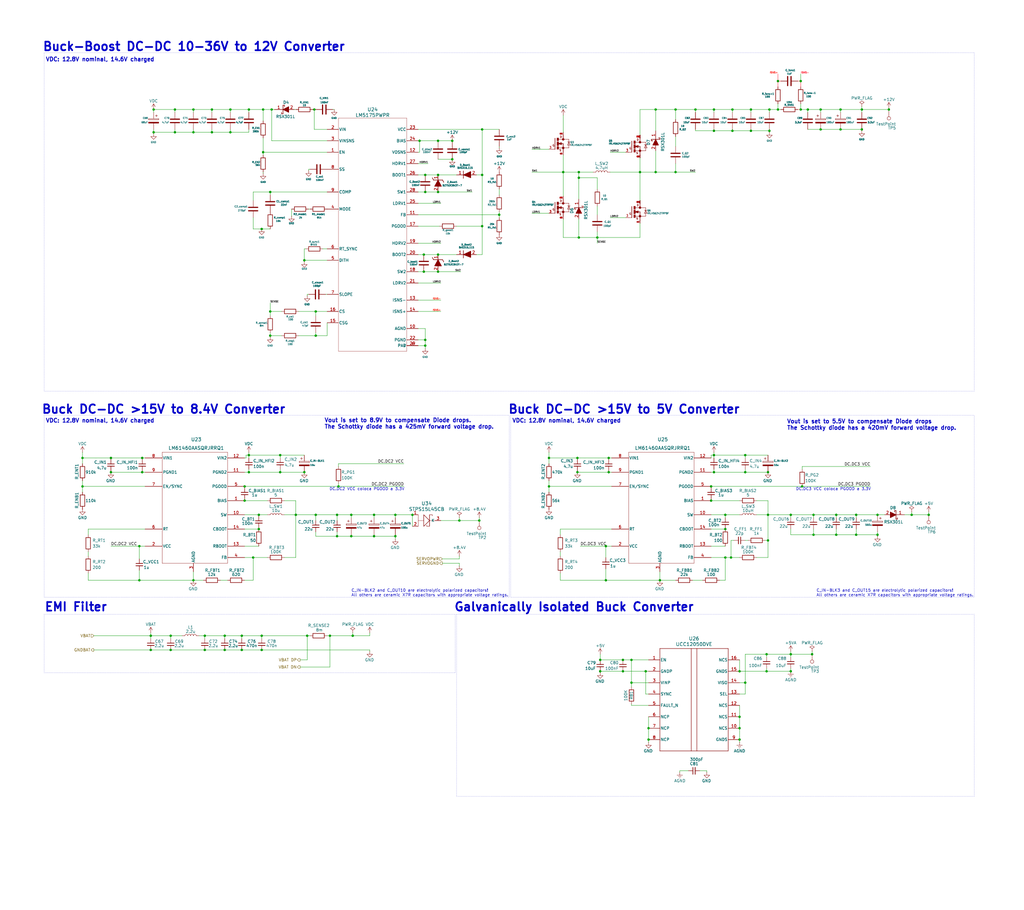
<source format=kicad_sch>
(kicad_sch (version 20250114) (generator "eeschema") (generator_version "9.0")
  (paper "User" 457.2 406.4)
  (title_block (title "Hydraulic Regulation & Actuation system") (company "Porto Space Team") (comment 1 "Miguel Amorim") (comment 2 "Guilherme Coelho"))
  (rectangle (start 203.835 274.32) (end 434.975 355.6) (stroke (width 0) (type dot)))
  (rectangle (start 19.685 185.42) (end 227.33 266.7) (stroke (width 0) (type dot)))
  (rectangle (start 227.965 185.42) (end 434.975 266.7) (stroke (width 0) (type dot)))
  (rectangle (start 19.685 274.32) (end 203.2 300.355) (stroke (width 0) (type dot)))
  (rectangle (start 19.685 23.495) (end 434.975 174.625) (stroke (width 0) (type dot)))
  (text "Buck-Boost DC-DC 10-36V to 12V Converter" (at 154.305 20.955 0) (effects (font (size 3.81 3.81) (thickness 0.762) (bold yes)) (justify right)))
  (text "C_IN-BLK3 and C_OUT15 are electrolytic polarized capacitors!\nAll others are ceramic X7R capacitors with appropriate voltage ratings." (at 364.49 264.795 0) (effects (font (size 1.27 1.27)) (justify left)))
  (text "DC.DC3 VCC coloca PGOOD a 3.3V\n" (at 372.11 218.44 0) (effects (font (size 1.27 1.27))))
  (text "Vout is set to 5.5V to compensate Diode drops\nThe Schottky diode has a 420mV forward voltage drop." (at 351.282 189.738 0) (effects (font (size 1.778 1.778) (thickness 0.3556) (bold yes)) (justify left)))
  (text "Buck DC-DC >15V to 8.4V Converter" (at 18.415 182.88 0) (effects (font (size 3.81 3.81) (thickness 0.762) (bold yes)) (justify left)))
  (text "Vout is set to 8.9V to compensate Diode drops.\nThe Schottky diode has a 425mV forward voltage drop." (at 144.78 189.23 0) (effects (font (size 1.778 1.778) (thickness 0.3556) (bold yes)) (justify left)))
  (text "VDC: 12.8V nominal, 14.6V charged" (at 228.6 187.96 0) (effects (font (size 1.778 1.778) (thickness 0.3556) (bold yes)) (justify left)))
  (text "DC.DC2 VCC coloca PGOOD a 3.3V\n" (at 163.83 218.44 0) (effects (font (size 1.27 1.27))))
  (text "Buck DC-DC >15V to 5V Converter" (at 226.695 182.88 0) (effects (font (size 3.81 3.81) (thickness 0.762) (bold yes)) (justify left)))
  (text "C_IN-BLK2 and C_OUT10 are electrolytic polarized capacitors!\nAll others are ceramic X7R capacitors with appropriate voltage ratings." (at 156.845 264.795 0) (effects (font (size 1.27 1.27)) (justify left)))
  (text "EMI Filter" (at 19.685 271.145 0) (effects (font (size 3.81 3.81) (thickness 0.762) (bold yes)) (justify left)))
  (text "VDC: 12.8V nominal, 14.6V charged" (at 20.32 26.67 0) (effects (font (size 1.778 1.778) (thickness 0.3556) (bold yes)) (justify left)))
  (text "Galvanically Isolated Buck Converter" (at 202.565 271.145 0) (effects (font (size 3.81 3.81) (thickness 0.762) (bold yes)) (justify left)))
  (text "VDC: 12.8V nominal, 14.6V charged" (at 20.32 187.96 0) (effects (font (size 1.778 1.778) (thickness 0.3556) (bold yes)) (justify left)))
  (junction (at 140.97 149.86))
  (junction (at 86.36 48.895))
  (junction (at 195.58 85.725))
  (junction (at 323.85 236.22))
  (junction (at 317.5 217.17))
  (junction (at 245.11 217.17))
  (junction (at 332.74 203.2))
  (junction (at 332.74 210.82))
  (junction (at 116.84 102.235))
  (junction (at 150.495 229.87))
  (junction (at 271.78 204.47))
  (junction (at 78.105 59.055))
  (junction (at 258.445 106.045))
  (junction (at 62.23 243.84))
  (junction (at 189.23 121.285))
  (junction (at 407.035 229.87))
  (junction (at 94.615 59.055))
  (junction (at 157.48 283.845))
  (junction (at 78.105 48.895))
  (junction (at 366.395 48.895))
  (junction (at 353.06 229.87))
  (junction (at 266.7 106.045))
  (junction (at 189.865 151.765))
  (junction (at 327.025 58.42))
  (junction (at 384.81 48.895))
  (junction (at 115.57 236.22))
  (junction (at 213.995 232.41))
  (junction (at 245.11 204.47))
  (junction (at 373.38 229.87))
  (junction (at 63.5 204.47))
  (junction (at 115.57 229.87))
  (junction (at 258.445 76.835))
  (junction (at 102.87 48.895))
  (junction (at 156.845 239.395))
  (junction (at 184.15 229.87))
  (junction (at 342.265 292.1))
  (junction (at 120.65 139.065))
  (junction (at 86.36 59.055))
  (junction (at 363.22 238.76))
  (junction (at 335.28 48.895))
  (junction (at 156.845 229.87))
  (junction (at 281.94 304.8))
  (junction (at 257.81 210.82))
  (junction (at 195.58 121.285))
  (junction (at 343.535 58.42))
  (junction (at 335.28 58.42))
  (junction (at 222.885 95.885))
  (junction (at 187.325 62.865))
  (junction (at 318.77 58.42))
  (junction (at 195.58 78.105))
  (junction (at 375.285 57.785))
  (junction (at 289.56 330.2))
  (junction (at 330.2 325.12))
  (junction (at 366.395 57.785))
  (junction (at 353.06 292.1))
  (junction (at 330.2 330.2))
  (junction (at 111.125 203.2))
  (junction (at 347.345 36.195))
  (junction (at 281.94 294.64))
  (junction (at 301.625 76.835))
  (junction (at 201.93 71.12))
  (junction (at 151.13 217.17))
  (junction (at 332.74 304.8))
  (junction (at 116.84 290.195))
  (junction (at 391.795 229.87))
  (junction (at 292.735 48.895))
  (junction (at 109.22 223.52))
  (junction (at 342.9 241.3))
  (junction (at 343.535 48.895))
  (junction (at 258.445 79.375))
  (junction (at 318.77 210.82))
  (junction (at 100.33 283.845))
  (junction (at 375.285 48.895))
  (junction (at 294.64 259.08))
  (junction (at 360.68 48.895))
  (junction (at 326.39 248.92))
  (junction (at 91.44 290.195))
  (junction (at 189.865 78.105))
  (junction (at 310.515 48.895))
  (junction (at 342.9 210.82))
  (junction (at 49.53 204.47))
  (junction (at 94.615 48.895))
  (junction (at 167.005 239.395))
  (junction (at 150.495 239.395))
  (junction (at 391.795 238.76))
  (junction (at 140.97 139.065))
  (junction (at 323.85 229.87))
  (junction (at 107.95 283.845))
  (junction (at 292.735 76.835))
  (junction (at 414.655 229.87))
  (junction (at 288.29 299.72))
  (junction (at 257.81 204.47))
  (junction (at 382.27 238.76))
  (junction (at 215.265 57.785))
  (junction (at 318.77 203.2))
  (junction (at 62.23 259.08))
  (junction (at 111.125 210.82))
  (junction (at 362.585 292.1))
  (junction (at 251.46 76.835))
  (junction (at 116.84 283.845))
  (junction (at 278.13 294.64))
  (junction (at 270.51 243.84))
  (junction (at 357.505 48.895))
  (junction (at 347.345 48.895))
  (junction (at 113.03 248.92))
  (junction (at 215.265 78.105))
  (junction (at 205.105 232.41))
  (junction (at 117.475 48.895))
  (junction (at 373.38 238.76))
  (junction (at 189.865 154.305))
  (junction (at 271.78 210.82))
  (junction (at 176.53 239.395))
  (junction (at 201.93 62.865))
  (junction (at 132.08 229.87))
  (junction (at 323.85 248.92))
  (junction (at 120.65 85.725))
  (junction (at 67.31 283.845))
  (junction (at 176.53 229.87))
  (junction (at 137.16 283.845))
  (junction (at 147.32 283.845))
  (junction (at 289.56 325.12))
  (junction (at 68.58 59.055))
  (junction (at 358.14 217.17))
  (junction (at 327.025 48.895))
  (junction (at 49.53 210.82))
  (junction (at 135.89 116.205))
  (junction (at 102.87 59.055))
  (junction (at 67.31 290.195))
  (junction (at 68.58 48.895))
  (junction (at 318.77 48.895))
  (junction (at 167.005 229.87))
  (junction (at 76.2 283.845))
  (junction (at 189.865 85.725))
  (junction (at 63.5 210.82))
  (junction (at 301.625 48.895))
  (junction (at 353.06 299.72))
  (junction (at 278.13 299.72))
  (junction (at 135.89 210.82))
  (junction (at 100.33 290.195))
  (junction (at 125.095 210.82))
  (junction (at 396.875 48.895))
  (junction (at 363.22 229.87))
  (junction (at 267.97 299.72))
  (junction (at 86.36 259.08))
  (junction (at 342.9 229.87))
  (junction (at 76.2 290.195))
  (junction (at 121.285 48.895))
  (junction (at 195.58 62.865))
  (junction (at 267.97 294.64))
  (junction (at 285.75 76.835))
  (junction (at 317.5 223.52))
  (junction (at 125.095 203.2))
  (junction (at 189.23 113.665))
  (junction (at 120.65 149.86))
  (junction (at 107.95 290.195))
  (junction (at 109.22 217.17))
  (junction (at 215.265 100.965))
  (junction (at 36.83 217.17))
  (junction (at 342.265 299.72))
  (junction (at 111.125 48.895))
  (junction (at 357.505 36.195))
  (junction (at 140.97 229.87))
  (junction (at 117.475 67.945))
  (junction (at 384.81 57.785))
  (junction (at 91.44 283.845))
  (junction (at 195.58 113.665))
  (junction (at 330.2 299.72))
  (junction (at 140.335 48.895))
  (junction (at 382.27 229.87))
  (junction (at 36.83 204.47))
  (junction (at 270.51 259.08))
  (junction (at 330.2 320.04))
  (wire (pts (xy 196.85 139.065) (xy 186.69 139.065)))
  (wire (pts (xy 205.105 252.73) (xy 205.105 251.46)))
  (wire (pts (xy 301.625 48.895) (xy 301.625 53.34)))
  (wire (pts (xy 127 223.52) (xy 132.08 223.52)))
  (wire (pts (xy 125.095 210.82) (xy 135.89 210.82)))
  (wire (pts (xy 186.69 121.285) (xy 189.23 121.285)))
  (wire (pts (xy 335.28 58.42) (xy 343.535 58.42)))
  (wire (pts (xy 165.1 282.575) (xy 165.1 283.845)))
  (wire (pts (xy 271.78 205.105) (xy 271.78 204.47)))
  (wire (pts (xy 373.38 236.22) (xy 373.38 238.76)))
  (wire (pts (xy 289.56 325.12) (xy 289.56 330.2)))
  (wire (pts (xy 373.38 238.76) (xy 363.22 238.76)))
  (wire (pts (xy 63.5 205.105) (xy 63.5 204.47)))
  (wire (pts (xy 111.125 210.82) (xy 125.095 210.82)))
  (wire (pts (xy 120.65 148.59) (xy 120.65 149.86)))
  (wire (pts (xy 127 248.92) (xy 132.08 248.92)))
  (wire (pts (xy 115.57 229.87) (xy 119.38 229.87)))
  (wire (pts (xy 195.58 113.665) (xy 203.835 113.665)))
  (wire (pts (xy 195.58 78.105) (xy 203.835 78.105)))
  (wire (pts (xy 156.845 239.395) (xy 167.005 239.395)))
  (wire (pts (xy 342.265 299.72) (xy 353.06 299.72)))
  (wire (pts (xy 332.74 203.2) (xy 342.9 203.2)))
  (wire (pts (xy 130.175 96.52) (xy 130.175 93.345)))
  (wire (pts (xy 342.9 229.87) (xy 342.9 241.3)))
  (wire (pts (xy 343.535 50.165) (xy 343.535 48.895)))
  (wire (pts (xy 186.69 95.885) (xy 222.885 95.885)))
  (wire (pts (xy 147.32 283.845) (xy 147.32 297.815)))
  (wire (pts (xy 317.5 203.2) (xy 317.5 204.47)))
  (wire (pts (xy 127 229.87) (xy 132.08 229.87)))
  (wire (pts (xy 196.85 232.41) (xy 205.105 232.41)))
  (wire (pts (xy 288.29 299.72) (xy 289.56 299.72)))
  (wire (pts (xy 67.31 283.845) (xy 76.2 283.845)))
  (wire (pts (xy 125.095 203.2) (xy 135.89 203.2)))
  (wire (pts (xy 222.885 94.615) (xy 222.885 95.885)))
  (wire (pts (xy 251.46 69.215) (xy 251.46 76.835)))
  (wire (pts (xy 197.485 249.555) (xy 205.105 249.555)))
  (wire (pts (xy 111.125 48.895) (xy 111.125 50.165)))
  (wire (pts (xy 137.795 75.565) (xy 138.43 75.565)))
  (wire (pts (xy 250.19 236.22) (xy 250.19 238.76)))
  (wire (pts (xy 317.5 222.885) (xy 317.5 223.52)))
  (wire (pts (xy 176.53 239.395) (xy 176.53 240.665)))
  (wire (pts (xy 36.83 201.93) (xy 36.83 204.47)))
  (wire (pts (xy 137.16 283.845) (xy 137.16 294.64)))
  (wire (pts (xy 403.86 229.87) (xy 407.035 229.87)))
  (wire (pts (xy 326.39 241.3) (xy 326.39 248.92)))
  (wire (pts (xy 113.03 248.92) (xy 113.03 259.08)))
  (wire (pts (xy 39.37 246.38) (xy 39.37 248.285)))
  (wire (pts (xy 131.445 48.895) (xy 132.08 48.895)))
  (wire (pts (xy 342.9 223.52) (xy 342.9 229.87)))
  (wire (pts (xy 330.2 299.72) (xy 342.265 299.72)))
  (wire (pts (xy 120.65 85.725) (xy 146.05 85.725)))
  (wire (pts (xy 120.65 149.86) (xy 120.65 150.495)))
  (wire (pts (xy 289.56 309.88) (xy 288.29 309.88)))
  (wire (pts (xy 176.53 238.76) (xy 176.53 239.395)))
  (wire (pts (xy 245.11 217.17) (xy 245.11 214.63)))
  (wire (pts (xy 213.995 231.14) (xy 213.995 232.41)))
  (wire (pts (xy 64.77 217.17) (xy 36.83 217.17)))
  (wire (pts (xy 327.025 58.42) (xy 335.28 58.42)))
  (wire (pts (xy 353.06 298.45) (xy 353.06 299.72)))
  (wire (pts (xy 353.06 236.22) (xy 353.06 238.76)))
  (wire (pts (xy 107.95 283.845) (xy 116.84 283.845)))
  (wire (pts (xy 332.74 203.2) (xy 332.74 204.47)))
  (wire (pts (xy 49.53 210.185) (xy 49.53 210.82)))
  (wire (pts (xy 140.97 140.97) (xy 140.97 139.065)))
  (wire (pts (xy 140.97 139.065) (xy 146.05 139.065)))
  (wire (pts (xy 258.445 97.79) (xy 258.445 106.045)))
  (wire (pts (xy 36.83 204.47) (xy 36.83 207.01)))
  (wire (pts (xy 100.33 290.195) (xy 107.95 290.195)))
  (wire (pts (xy 157.48 282.575) (xy 157.48 283.845)))
  (wire (pts (xy 353.06 290.83) (xy 353.06 292.1)))
  (wire (pts (xy 137.16 283.845) (xy 138.43 283.845)))
  (wire (pts (xy 116.84 102.235) (xy 120.65 102.235)))
  (wire (pts (xy 317.5 248.92) (xy 323.85 248.92)))
  (wire (pts (xy 245.11 217.17) (xy 245.11 219.71)))
  (wire (pts (xy 330.2 304.8) (xy 332.74 304.8)))
  (wire (pts (xy 49.53 204.47) (xy 63.5 204.47)))
  (wire (pts (xy 382.27 229.87) (xy 391.795 229.87)))
  (wire (pts (xy 358.14 217.17) (xy 388.62 217.17)))
  (wire (pts (xy 111.125 48.895) (xy 117.475 48.895)))
  (wire (pts (xy 39.37 255.905) (xy 39.37 259.08)))
  (wire (pts (xy 109.855 203.2) (xy 111.125 203.2)))
  (wire (pts (xy 156.845 229.87) (xy 156.845 231.14)))
  (wire (pts (xy 195.58 85.725) (xy 210.82 85.725)))
  (wire (pts (xy 120.65 85.725) (xy 120.65 86.995)))
  (wire (pts (xy 111.125 59.055) (xy 102.87 59.055)))
  (wire (pts (xy 310.515 76.835) (xy 301.625 76.835)))
  (wire (pts (xy 189.23 113.665) (xy 195.58 113.665)))
  (wire (pts (xy 186.69 154.305) (xy 189.865 154.305)))
  (wire (pts (xy 358.14 208.28) (xy 388.62 208.28)))
  (wire (pts (xy 330.2 314.96) (xy 330.2 320.04)))
  (wire (pts (xy 266.7 106.045) (xy 285.75 106.045)))
  (wire (pts (xy 357.505 36.195) (xy 357.505 38.735)) (stroke (width 0) (color 255 0 25 1)))
  (wire (pts (xy 132.08 229.87) (xy 140.97 229.87)))
  (wire (pts (xy 111.125 203.2) (xy 125.095 203.2)))
  (wire (pts (xy 215.265 57.785) (xy 215.265 78.105)))
  (wire (pts (xy 91.44 283.845) (xy 100.33 283.845)))
  (wire (pts (xy 317.5 243.84) (xy 323.85 243.84)))
  (wire (pts (xy 258.445 76.835) (xy 264.795 76.835)))
  (wire (pts (xy 337.82 229.87) (xy 342.9 229.87)))
  (wire (pts (xy 86.36 259.08) (xy 86.36 255.27)))
  (wire (pts (xy 310.515 48.895) (xy 318.77 48.895)))
  (wire (pts (xy 140.97 229.87) (xy 140.97 232.41)))
  (wire (pts (xy 250.19 255.905) (xy 250.19 259.08)))
  (wire (pts (xy 150.495 229.87) (xy 156.845 229.87)))
  (wire (pts (xy 222.885 65.405) (xy 222.885 66.04)))
  (wire (pts (xy 285.75 48.895) (xy 292.735 48.895)))
  (wire (pts (xy 347.345 36.195) (xy 347.345 38.735)) (stroke (width 0) (color 255 0 32 1)))
  (wire (pts (xy 109.22 248.92) (xy 113.03 248.92)))
  (wire (pts (xy 120.65 149.86) (xy 125.73 149.86)))
  (wire (pts (xy 332.74 309.88) (xy 330.2 309.88)))
  (wire (pts (xy 347.345 48.895) (xy 343.535 48.895)))
  (wire (pts (xy 366.395 48.895) (xy 366.395 50.165)))
  (wire (pts (xy 317.5 217.17) (xy 358.14 217.17)))
  (wire (pts (xy 186.69 85.725) (xy 189.865 85.725)))
  (wire (pts (xy 222.885 95.885) (xy 222.885 97.155)))
  (wire (pts (xy 342.265 298.45) (xy 342.265 299.72)))
  (wire (pts (xy 86.36 48.895) (xy 86.36 50.165)))
  (wire (pts (xy 332.74 304.8) (xy 332.74 292.1)))
  (wire (pts (xy 257.81 204.47) (xy 257.81 205.105)))
  (wire (pts (xy 332.74 209.55) (xy 332.74 210.82)))
  (wire (pts (xy 176.53 229.87) (xy 176.53 231.14)))
  (wire (pts (xy 195.58 62.865) (xy 201.93 62.865)))
  (wire (pts (xy 107.95 283.845) (xy 107.95 285.115)))
  (wire (pts (xy 111.125 57.785) (xy 111.125 59.055)))
  (wire (pts (xy 191.135 73.025) (xy 186.69 73.025)))
  (wire (pts (xy 86.36 57.785) (xy 86.36 59.055)))
  (wire (pts (xy 278.13 299.72) (xy 288.29 299.72)))
  (wire (pts (xy 135.89 111.125) (xy 135.89 116.205)))
  (wire (pts (xy 157.48 283.845) (xy 165.1 283.845)))
  (wire (pts (xy 323.85 231.14) (xy 323.85 229.87)))
  (wire (pts (xy 149.225 48.895) (xy 148.59 48.895)))
  (wire (pts (xy 62.23 249.555) (xy 62.23 243.84)))
  (wire (pts (xy 215.265 78.105) (xy 215.265 100.965)))
  (wire (pts (xy 391.795 229.87) (xy 394.97 229.87)))
  (wire (pts (xy 111.125 210.82) (xy 109.22 210.82)))
  (wire (pts (xy 266.7 106.045) (xy 266.7 108.585)))
  (wire (pts (xy 315.595 344.17) (xy 312.42 344.17)))
  (wire (pts (xy 330.2 294.64) (xy 330.2 299.72)))
  (wire (pts (xy 109.22 236.22) (xy 115.57 236.22)))
  (wire (pts (xy 332.74 292.1) (xy 342.265 292.1)))
  (wire (pts (xy 357.505 33.02) (xy 357.505 36.195)))
  (wire (pts (xy 98.425 259.08) (xy 101.6 259.08)))
  (wire (pts (xy 145.415 131.445) (xy 146.05 131.445)))
  (wire (pts (xy 237.49 95.25) (xy 245.11 95.25)))
  (wire (pts (xy 273.05 204.47) (xy 271.78 204.47)))
  (wire (pts (xy 285.75 76.835) (xy 285.75 89.535)))
  (wire (pts (xy 151.13 207.01) (xy 180.34 207.01)))
  (wire (pts (xy 68.58 59.055) (xy 78.105 59.055)))
  (wire (pts (xy 135.89 116.205) (xy 146.05 116.205)))
  (wire (pts (xy 120.65 139.065) (xy 125.73 139.065)))
  (wire (pts (xy 140.97 149.86) (xy 140.97 148.59)))
  (wire (pts (xy 310.515 58.42) (xy 318.77 58.42)))
  (wire (pts (xy 257.81 204.47) (xy 271.78 204.47)))
  (wire (pts (xy 67.31 290.195) (xy 76.2 290.195)))
  (wire (pts (xy 326.39 241.3) (xy 327.66 241.3)))
  (wire (pts (xy 62.23 254.635) (xy 62.23 259.08)))
  (wire (pts (xy 237.49 66.675) (xy 245.11 66.675)))
  (wire (pts (xy 396.875 48.895) (xy 396.875 49.53)))
  (wire (pts (xy 245.11 204.47) (xy 245.11 207.01)))
  (wire (pts (xy 363.22 229.87) (xy 373.38 229.87)))
  (wire (pts (xy 318.77 203.2) (xy 332.74 203.2)))
  (wire (pts (xy 317.5 236.22) (xy 323.85 236.22)))
  (wire (pts (xy 205.105 232.41) (xy 213.995 232.41)))
  (wire (pts (xy 292.735 48.895) (xy 301.625 48.895)))
  (wire (pts (xy 251.46 76.835) (xy 251.46 87.63)))
  (wire (pts (xy 109.22 259.08) (xy 113.03 259.08)))
  (wire (pts (xy 156.845 229.87) (xy 167.005 229.87)))
  (wire (pts (xy 109.22 222.885) (xy 109.22 223.52)))
  (wire (pts (xy 384.81 47.625) (xy 384.81 48.895)))
  (wire (pts (xy 186.69 78.105) (xy 189.865 78.105)))
  (wire (pts (xy 342.9 241.3) (xy 342.9 248.92)))
  (wire (pts (xy 245.11 204.47) (xy 257.81 204.47)))
  (wire (pts (xy 88.9 283.845) (xy 91.44 283.845)))
  (wire (pts (xy 384.81 57.785) (xy 384.81 58.42)))
  (wire (pts (xy 187.325 67.945) (xy 186.69 67.945)))
  (wire (pts (xy 140.97 239.395) (xy 140.97 237.49)))
  (wire (pts (xy 117.475 48.895) (xy 121.285 48.895)))
  (wire (pts (xy 64.77 204.47) (xy 63.5 204.47)))
  (wire (pts (xy 196.85 108.585) (xy 186.69 108.585)))
  (wire (pts (xy 267.97 299.72) (xy 278.13 299.72)))
  (wire (pts (xy 360.68 48.895) (xy 366.395 48.895)))
  (wire (pts (xy 375.285 48.895) (xy 375.285 50.165)))
  (wire (pts (xy 266.7 79.375) (xy 266.7 84.455)))
  (wire (pts (xy 258.445 106.045) (xy 266.7 106.045)))
  (wire (pts (xy 318.77 201.93) (xy 318.77 203.2)))
  (wire (pts (xy 318.77 50.165) (xy 318.77 48.895)))
  (wire (pts (xy 111.125 201.93) (xy 111.125 203.2)))
  (wire (pts (xy 289.56 330.2) (xy 289.56 331.47)))
  (wire (pts (xy 195.58 71.12) (xy 201.93 71.12)))
  (wire (pts (xy 135.89 116.205) (xy 135.89 116.84)))
  (wire (pts (xy 139.7 48.895) (xy 140.335 48.895)))
  (wire (pts (xy 318.77 203.2) (xy 318.77 204.47)))
  (wire (pts (xy 102.87 48.895) (xy 111.125 48.895)))
  (wire (pts (xy 140.335 48.895) (xy 140.97 48.895)))
  (wire (pts (xy 78.105 57.785) (xy 78.105 59.055)))
  (wire (pts (xy 36.83 204.47) (xy 49.53 204.47)))
  (wire (pts (xy 257.81 210.185) (xy 257.81 210.82)))
  (wire (pts (xy 117.475 67.945) (xy 146.05 67.945)))
  (wire (pts (xy 100.33 283.845) (xy 107.95 283.845)))
  (wire (pts (xy 63.5 210.185) (xy 63.5 210.82)))
  (wire (pts (xy 196.215 100.965) (xy 186.69 100.965)))
  (wire (pts (xy 140.97 239.395) (xy 150.495 239.395)))
  (wire (pts (xy 113.03 85.725) (xy 120.65 85.725)))
  (wire (pts (xy 67.31 283.845) (xy 67.31 285.115)))
  (wire (pts (xy 116.84 290.195) (xy 165.1 290.195)))
  (wire (pts (xy 407.035 228.6) (xy 407.035 229.87)))
  (wire (pts (xy 335.28 50.165) (xy 335.28 48.895)))
  (wire (pts (xy 133.985 294.64) (xy 137.16 294.64)))
  (wire (pts (xy 86.36 259.08) (xy 90.805 259.08)))
  (wire (pts (xy 120.65 139.065) (xy 120.65 140.97)))
  (wire (pts (xy 267.97 300.355) (xy 267.97 299.72)))
  (wire (pts (xy 332.74 304.8) (xy 332.74 309.88)))
  (wire (pts (xy 289.56 320.04) (xy 289.56 325.12)))
  (wire (pts (xy 203.835 100.965) (xy 215.265 100.965)))
  (wire (pts (xy 251.46 97.79) (xy 251.46 106.045)))
  (wire (pts (xy 307.34 344.17) (xy 303.53 344.17)))
  (wire (pts (xy 117.475 77.47) (xy 117.475 76.835)))
  (wire (pts (xy 310.515 50.165) (xy 310.515 48.895)))
  (wire (pts (xy 257.81 210.82) (xy 271.78 210.82)))
  (wire (pts (xy 358.14 208.28) (xy 358.14 209.55)))
  (wire (pts (xy 117.475 53.975) (xy 117.475 48.895)))
  (wire (pts (xy 49.53 210.82) (xy 63.5 210.82)))
  (wire (pts (xy 384.81 57.785) (xy 375.285 57.785)))
  (wire (pts (xy 76.2 290.195) (xy 91.44 290.195)))
  (wire (pts (xy 39.37 259.08) (xy 62.23 259.08)))
  (wire (pts (xy 156.845 238.76) (xy 156.845 239.395)))
  (wire (pts (xy 317.5 229.87) (xy 323.85 229.87)))
  (wire (pts (xy 335.28 48.895) (xy 343.535 48.895)))
  (wire (pts (xy 271.78 210.82) (xy 273.05 210.82)))
  (wire (pts (xy 189.865 151.765) (xy 189.865 154.305)))
  (wire (pts (xy 140.97 149.86) (xy 146.05 149.86)))
  (wire (pts (xy 285.75 48.895) (xy 285.75 60.325)))
  (wire (pts (xy 109.22 217.17) (xy 109.22 217.805)))
  (wire (pts (xy 117.475 67.945) (xy 117.475 69.215)))
  (wire (pts (xy 215.265 57.785) (xy 222.885 57.785)))
  (wire (pts (xy 176.53 229.87) (xy 184.15 229.87)))
  (wire (pts (xy 197.485 251.46) (xy 205.105 251.46)))
  (wire (pts (xy 137.795 76.2) (xy 137.795 75.565)))
  (wire (pts (xy 294.64 259.08) (xy 301.625 259.08)))
  (wire (pts (xy 109.22 217.17) (xy 151.13 217.17)))
  (wire (pts (xy 273.05 217.17) (xy 245.11 217.17)))
  (wire (pts (xy 318.77 210.82) (xy 317.5 210.82)))
  (wire (pts (xy 327.025 50.165) (xy 327.025 48.895)))
  (wire (pts (xy 391.795 237.49) (xy 391.795 238.76)))
  (wire (pts (xy 109.22 223.52) (xy 119.38 223.52)))
  (wire (pts (xy 100.33 283.845) (xy 100.33 285.115)))
  (wire (pts (xy 323.85 248.92) (xy 326.39 248.92)))
  (wire (pts (xy 366.395 57.785) (xy 375.285 57.785)))
  (wire (pts (xy 330.2 320.04) (xy 330.2 325.12)))
  (wire (pts (xy 353.06 229.87) (xy 353.06 231.14)))
  (wire (pts (xy 382.27 236.22) (xy 382.27 238.76)))
  (wire (pts (xy 337.82 223.52) (xy 342.9 223.52)))
  (wire (pts (xy 271.78 210.185) (xy 271.78 210.82)))
  (wire (pts (xy 391.795 238.76) (xy 391.795 239.395)))
  (wire (pts (xy 86.36 59.055) (xy 94.615 59.055)))
  (wire (pts (xy 186.69 151.765) (xy 189.865 151.765)))
  (wire (pts (xy 281.94 304.8) (xy 281.94 294.64)))
  (wire (pts (xy 375.285 48.895) (xy 384.81 48.895)))
  (wire (pts (xy 212.725 113.665) (xy 215.265 113.665)))
  (wire (pts (xy 94.615 57.785) (xy 94.615 59.055)))
  (wire (pts (xy 267.97 292.1) (xy 267.97 294.64)))
  (wire (pts (xy 144.145 111.125) (xy 146.05 111.125)))
  (wire (pts (xy 39.37 236.22) (xy 39.37 238.76)))
  (wire (pts (xy 407.035 229.87) (xy 414.655 229.87)))
  (wire (pts (xy 318.77 57.785) (xy 318.77 58.42)))
  (wire (pts (xy 117.475 61.595) (xy 117.475 67.945)))
  (wire (pts (xy 332.74 210.82) (xy 342.9 210.82)))
  (wire (pts (xy 115.57 230.505) (xy 115.57 229.87)))
  (wire (pts (xy 251.46 106.045) (xy 258.445 106.045)))
  (wire (pts (xy 362.585 290.83) (xy 362.585 292.1)))
  (wire (pts (xy 186.69 113.665) (xy 189.23 113.665)))
  (wire (pts (xy 137.16 132.08) (xy 137.16 131.445)))
  (wire (pts (xy 414.655 228.6) (xy 414.655 229.87)))
  (wire (pts (xy 292.735 48.895) (xy 292.735 58.42)))
  (wire (pts (xy 327.025 48.895) (xy 335.28 48.895)))
  (wire (pts (xy 36.83 217.17) (xy 36.83 219.71)))
  (wire (pts (xy 186.69 57.785) (xy 215.265 57.785)))
  (wire (pts (xy 266.7 103.505) (xy 266.7 106.045)))
  (wire (pts (xy 109.22 243.84) (xy 115.57 243.84)))
  (wire (pts (xy 237.49 76.835) (xy 251.46 76.835)))
  (wire (pts (xy 116.84 283.845) (xy 137.16 283.845)))
  (wire (pts (xy 285.75 99.695) (xy 285.75 106.045)))
  (wire (pts (xy 91.44 283.845) (xy 91.44 285.115)))
  (wire (pts (xy 189.865 154.305) (xy 189.865 155.575)))
  (wire (pts (xy 335.28 57.785) (xy 335.28 58.42)))
  (wire (pts (xy 107.95 290.195) (xy 116.84 290.195)))
  (wire (pts (xy 195.58 63.5) (xy 195.58 62.865)))
  (wire (pts (xy 151.13 217.17) (xy 180.34 217.17)))
  (wire (pts (xy 270.51 254) (xy 270.51 259.08)))
  (wire (pts (xy 326.39 248.92) (xy 330.2 248.92)))
  (wire (pts (xy 125.095 209.55) (xy 125.095 210.82)))
  (wire (pts (xy 357.505 48.895) (xy 360.68 48.895)))
  (wire (pts (xy 49.53 243.84) (xy 62.23 243.84)))
  (wire (pts (xy 113.03 248.92) (xy 119.38 248.92)))
  (wire (pts (xy 270.51 243.84) (xy 273.05 243.84)))
  (wire (pts (xy 301.625 48.895) (xy 310.515 48.895)))
  (wire (pts (xy 91.44 290.195) (xy 100.33 290.195)))
  (wire (pts (xy 62.23 243.84) (xy 64.77 243.84)))
  (wire (pts (xy 363.22 238.76) (xy 353.06 238.76)))
  (wire (pts (xy 353.06 292.1) (xy 353.06 293.37)))
  (wire (pts (xy 321.31 259.08) (xy 323.85 259.08)))
  (wire (pts (xy 109.855 204.47) (xy 109.22 204.47)))
  (wire (pts (xy 215.265 100.965) (xy 215.265 113.665)))
  (wire (pts (xy 63.5 210.82) (xy 64.77 210.82)))
  (wire (pts (xy 289.56 304.8) (xy 281.94 304.8)))
  (wire (pts (xy 189.23 121.285) (xy 195.58 121.285)))
  (wire (pts (xy 266.7 92.075) (xy 266.7 95.885)))
  (wire (pts (xy 116.84 283.845) (xy 116.84 285.115)))
  (wire (pts (xy 146.05 283.845) (xy 147.32 283.845)))
  (wire (pts (xy 76.2 283.845) (xy 76.2 285.115)))
  (wire (pts (xy 281.94 314.325) (xy 281.94 314.96)))
  (wire (pts (xy 294.64 259.08) (xy 294.64 255.27)))
  (wire (pts (xy 67.31 282.575) (xy 67.31 283.845)))
  (wire (pts (xy 68.58 48.895) (xy 68.58 50.165)))
  (wire (pts (xy 384.81 48.895) (xy 396.875 48.895)))
  (wire (pts (xy 258.445 79.375) (xy 266.7 79.375)))
  (wire (pts (xy 205.105 231.14) (xy 205.105 232.41)))
  (wire (pts (xy 113.03 97.155) (xy 113.03 102.235)))
  (wire (pts (xy 310.515 57.785) (xy 310.515 58.42)))
  (wire (pts (xy 146.05 149.86) (xy 146.05 144.145)))
  (wire (pts (xy 189.865 78.105) (xy 195.58 78.105)))
  (wire (pts (xy 272.415 67.945) (xy 279.4 67.945)))
  (wire (pts (xy 189.865 85.725) (xy 195.58 85.725)))
  (wire (pts (xy 353.06 229.87) (xy 363.22 229.87)))
  (wire (pts (xy 285.75 76.835) (xy 292.735 76.835)))
  (wire (pts (xy 94.615 48.895) (xy 94.615 50.165)))
  (wire (pts (xy 187.325 62.865) (xy 187.325 67.945)))
  (wire (pts (xy 137.795 93.345) (xy 138.43 93.345)))
  (wire (pts (xy 147.32 283.845) (xy 157.48 283.845)))
  (wire (pts (xy 186.69 126.365) (xy 196.85 126.365)))
  (wire (pts (xy 133.35 139.065) (xy 140.97 139.065)))
  (wire (pts (xy 323.85 248.92) (xy 323.85 259.08)))
  (wire (pts (xy 391.795 238.76) (xy 382.27 238.76)))
  (wire (pts (xy 373.38 229.87) (xy 382.27 229.87)))
  (wire (pts (xy 102.87 57.785) (xy 102.87 59.055)))
  (wire (pts (xy 382.27 229.87) (xy 382.27 231.14)))
  (wire (pts (xy 120.65 135.255) (xy 120.65 139.065)))
  (wire (pts (xy 281.94 294.64) (xy 289.56 294.64)))
  (wire (pts (xy 357.505 46.355) (xy 357.505 48.895)))
  (wire (pts (xy 86.36 48.895) (xy 94.615 48.895)))
  (wire (pts (xy 301.625 76.835) (xy 292.735 76.835)))
  (wire (pts (xy 111.125 209.55) (xy 111.125 210.82)))
  (wire (pts (xy 272.415 97.155) (xy 279.4 97.155)))
  (wire (pts (xy 140.97 229.87) (xy 150.495 229.87)))
  (wire (pts (xy 347.345 33.02) (xy 347.345 36.195)) (stroke (width 0) (color 255 0 32 1)))
  (wire (pts (xy 288.29 299.72) (xy 288.29 309.88)))
  (wire (pts (xy 195.58 121.285) (xy 205.74 121.285)))
  (wire (pts (xy 347.345 46.355) (xy 347.345 48.895)))
  (wire (pts (xy 301.625 76.835) (xy 301.625 73.025)))
  (wire (pts (xy 250.19 236.22) (xy 273.05 236.22)))
  (wire (pts (xy 366.395 48.895) (xy 375.285 48.895)))
  (wire (pts (xy 113.03 102.235) (xy 116.84 102.235)))
  (wire (pts (xy 187.325 62.865) (xy 195.58 62.865)))
  (wire (pts (xy 360.68 57.785) (xy 366.395 57.785)))
  (wire (pts (xy 278.13 294.64) (xy 281.94 294.64)))
  (wire (pts (xy 342.265 292.1) (xy 342.265 293.37)))
  (wire (pts (xy 362.585 292.1) (xy 353.06 292.1)))
  (wire (pts (xy 342.9 229.87) (xy 353.06 229.87)))
  (wire (pts (xy 330.2 330.2) (xy 330.2 331.47)))
  (wire (pts (xy 250.19 259.08) (xy 270.51 259.08)))
  (wire (pts (xy 318.77 209.55) (xy 318.77 210.82)))
  (wire (pts (xy 133.985 297.815) (xy 147.32 297.815)))
  (wire (pts (xy 309.245 259.08) (xy 313.69 259.08)))
  (wire (pts (xy 167.005 238.76) (xy 167.005 239.395)))
  (wire (pts (xy 258.445 79.375) (xy 258.445 88.9)))
  (wire (pts (xy 113.03 89.535) (xy 113.03 85.725)))
  (wire (pts (xy 151.13 207.01) (xy 151.13 208.28)))
  (wire (pts (xy 167.005 239.395) (xy 176.53 239.395)))
  (wire (pts (xy 373.38 229.87) (xy 373.38 231.14)))
  (wire (pts (xy 317.5 217.17) (xy 317.5 217.805)))
  (wire (pts (xy 78.105 59.055) (xy 86.36 59.055)))
  (wire (pts (xy 382.27 238.76) (xy 373.38 238.76)))
  (wire (pts (xy 334.01 241.3) (xy 332.74 241.3)))
  (wire (pts (xy 396.875 48.26) (xy 396.875 48.895)))
  (wire (pts (xy 330.2 325.12) (xy 330.2 330.2)))
  (wire (pts (xy 348.615 48.895) (xy 347.345 48.895)))
  (wire (pts (xy 151.13 215.9) (xy 151.13 217.17)))
  (wire (pts (xy 343.535 59.055) (xy 343.535 58.42)))
  (wire (pts (xy 167.005 229.87) (xy 176.53 229.87)))
  (wire (pts (xy 317.5 223.52) (xy 330.2 223.52)))
  (wire (pts (xy 303.53 344.17) (xy 303.53 344.805)))
  (wire (pts (xy 301.625 60.96) (xy 301.625 65.405)))
  (wire (pts (xy 360.68 48.895) (xy 360.68 50.165)))
  (wire (pts (xy 384.81 48.895) (xy 384.81 50.165)))
  (wire (pts (xy 62.23 259.08) (xy 86.36 259.08)))
  (wire (pts (xy 41.91 290.195) (xy 67.31 290.195)))
  (wire (pts (xy 318.77 210.82) (xy 332.74 210.82)))
  (wire (pts (xy 343.535 57.785) (xy 343.535 58.42)))
  (wire (pts (xy 102.87 48.895) (xy 102.87 50.165)))
  (wire (pts (xy 186.69 146.685) (xy 189.865 146.685)))
  (wire (pts (xy 125.095 203.2) (xy 125.095 204.47)))
  (wire (pts (xy 318.77 203.2) (xy 317.5 203.2)))
  (wire (pts (xy 341.63 241.3) (xy 342.9 241.3)))
  (wire (pts (xy 150.495 229.87) (xy 150.495 232.41)))
  (wire (pts (xy 267.97 294.64) (xy 278.13 294.64)))
  (wire (pts (xy 133.35 149.86) (xy 140.97 149.86)))
  (wire (pts (xy 270.51 248.92) (xy 270.51 243.84)))
  (wire (pts (xy 150.495 239.395) (xy 156.845 239.395)))
  (wire (pts (xy 78.105 48.895) (xy 86.36 48.895)))
  (wire (pts (xy 78.105 48.895) (xy 78.105 50.165)))
  (wire (pts (xy 250.19 246.38) (xy 250.19 248.285)))
  (wire (pts (xy 315.595 344.805) (xy 315.595 344.17)))
  (wire (pts (xy 212.725 78.105) (xy 215.265 78.105)))
  (wire (pts (xy 135.89 111.125) (xy 136.525 111.125)))
  (wire (pts (xy 121.285 62.865) (xy 146.05 62.865)))
  (wire (pts (xy 318.77 48.895) (xy 327.025 48.895)))
  (wire (pts (xy 140.335 57.785) (xy 146.05 57.785)))
  (wire (pts (xy 259.08 243.84) (xy 270.51 243.84)))
  (wire (pts (xy 165.1 290.195) (xy 165.1 290.83)))
  (wire (pts (xy 68.58 48.895) (xy 78.105 48.895)))
  (wire (pts (xy 337.82 248.92) (xy 342.9 248.92)))
  (wire (pts (xy 245.11 201.93) (xy 245.11 204.47)))
  (wire (pts (xy 121.285 48.895) (xy 122.555 48.895)))
  (wire (pts (xy 281.94 304.8) (xy 281.94 306.705)))
  (wire (pts (xy 41.91 283.845) (xy 67.31 283.845)))
  (wire (pts (xy 150.495 237.49) (xy 150.495 239.395)))
  (wire (pts (xy 140.335 57.785) (xy 140.335 48.895)))
  (wire (pts (xy 363.22 229.87) (xy 363.22 231.14)))
  (wire (pts (xy 201.93 62.865) (xy 201.93 63.5)))
  (wire (pts (xy 189.865 146.685) (xy 189.865 151.765)))
  (wire (pts (xy 323.85 229.87) (xy 330.2 229.87)))
  (wire (pts (xy 68.58 57.785) (xy 68.58 59.055)))
  (wire (pts (xy 167.005 229.87) (xy 167.005 231.14)))
  (wire (pts (xy 281.94 314.96) (xy 289.56 314.96)))
  (wire (pts (xy 270.51 259.08) (xy 294.64 259.08)))
  (wire (pts (xy 68.58 59.055) (xy 68.58 59.69)))
  (wire (pts (xy 121.285 48.895) (xy 121.285 62.865)))
  (wire (pts (xy 111.125 203.2) (xy 111.125 204.47)))
  (wire (pts (xy 132.08 229.87) (xy 132.08 248.92)))
  (wire (pts (xy 76.2 283.845) (xy 81.28 283.845)))
  (wire (pts (xy 36.83 217.17) (xy 36.83 214.63)))
  (wire (pts (xy 285.75 70.485) (xy 285.75 76.835)))
  (wire (pts (xy 292.735 67.31) (xy 292.735 76.835)))
  (wire (pts (xy 356.235 48.895) (xy 357.505 48.895)) (stroke (width 0) (color 255 4 20 1)))
  (wire (pts (xy 109.22 229.87) (xy 115.57 229.87)))
  (wire (pts (xy 318.77 58.42) (xy 327.025 58.42)))
  (wire (pts (xy 186.69 62.865) (xy 187.325 62.865)))
  (wire (pts (xy 342.265 292.1) (xy 353.06 292.1)))
  (wire (pts (xy 115.57 235.585) (xy 115.57 236.22)))
  (wire (pts (xy 347.345 36.195) (xy 348.615 36.195)) (stroke (width 0) (color 255 0 20 1)))
  (wire (pts (xy 39.37 236.22) (xy 64.77 236.22)))
  (wire (pts (xy 184.15 234.95) (xy 184.15 229.87)))
  (wire (pts (xy 94.615 59.055) (xy 102.87 59.055)))
  (wire (pts (xy 272.415 76.835) (xy 285.75 76.835)))
  (wire (pts (xy 363.22 236.22) (xy 363.22 238.76)))
  (wire (pts (xy 49.53 204.47) (xy 49.53 205.105)))
  (wire (pts (xy 196.85 90.805) (xy 186.69 90.805)))
  (wire (pts (xy 205.105 248.285) (xy 205.105 249.555)))
  (wire (pts (xy 258.445 79.375) (xy 258.445 76.835)))
  (wire (pts (xy 109.855 204.47) (xy 109.855 203.2)))
  (wire (pts (xy 327.025 57.785) (xy 327.025 58.42)))
  (wire (pts (xy 222.885 84.455) (xy 222.885 86.995)))
  (wire (pts (xy 94.615 48.895) (xy 102.87 48.895)))
  (wire (pts (xy 357.505 36.195) (xy 356.235 36.195)) (stroke (width 0) (color 255 0 25 1)))
  (wire (pts (xy 137.16 131.445) (xy 137.795 131.445)))
  (wire (pts (xy 196.85 133.985) (xy 186.69 133.985)))
  (wire (pts (xy 132.08 223.52) (xy 132.08 229.87)))
  (wire (pts (xy 251.46 51.435) (xy 251.46 59.055)))
  (wire (pts (xy 251.46 76.835) (xy 258.445 76.835)))
  (label "DC.DC2 VCC" (at 180.34 207.01 180))
  (label "ISNS-" (at 196.85 133.985 180) (effects (font (size 0.762 0.762))))
  (label "HDRV1" (at 237.49 66.675 0) (effects (font (size 0.762 0.762))))
  (label "LDRV1" (at 237.49 95.25 0) (effects (font (size 0.762 0.762))))
  (label "ISNS+" (at 347.345 33.02 180) (effects (font (size 0.762 0.762))))
  (label "DC.DC2 PGOOD" (at 180.34 217.17 180))
  (label "DC.DC3 VCC" (at 388.62 208.28 180))
  (label "SW2" (at 205.74 121.285 180) (effects (font (size 0.762 0.762))))
  (label "DC.DC3 VCC" (at 259.08 243.84 0))
  (label "SENSE" (at 120.65 135.255 0) (effects (font (size 0.762 0.762))))
  (label "SENSE" (at 266.7 108.585 0) (effects (font (size 0.762 0.762))))
  (label "SW1" (at 210.82 85.725 180) (effects (font (size 0.762 0.762))))
  (label "ISNS-" (at 357.505 33.02 0) (effects (font (size 0.762 0.762))))
  (label "SW2" (at 310.515 76.835 180) (effects (font (size 0.762 0.762))))
  (label "DC.DC2 VCC" (at 49.53 243.84 0))
  (label "ISNS+" (at 196.85 139.065 180) (effects (font (size 0.762 0.762))))
  (label "LDRV2" (at 196.85 126.365 180) (effects (font (size 0.762 0.762))))
  (label "HDRV2" (at 272.415 67.945 0) (effects (font (size 0.762 0.762))))
  (label "HDRV1" (at 191.135 73.025 180) (effects (font (size 0.762 0.762))))
  (label "LDRV2" (at 272.415 97.155 0) (effects (font (size 0.762 0.762))))
  (label "DC.DC3 PGOOD" (at 388.62 217.17 180))
  (label "SW1" (at 237.49 76.835 0) (effects (font (size 0.762 0.762))))
  (label "LDRV1" (at 196.85 90.805 180) (effects (font (size 0.762 0.762))))
  (label "HDRV2" (at 196.85 108.585 180) (effects (font (size 0.762 0.762))))
  (hierarchical_label "SERVOGND" (shape output) (at 197.485 251.46 180))
  (hierarchical_label "VBAT DN" (shape output) (at 133.985 297.815 180))
  (hierarchical_label "GNDBAT" (shape output) (at 41.91 290.195 180))
  (hierarchical_label "VBAT DP" (shape output) (at 133.985 294.64 180))
  (hierarchical_label "VBAT" (shape input) (at 41.91 283.845 180))
  (hierarchical_label "SERVOPWR" (shape input) (at 197.485 249.555 180))
  (symbol (lib_id "power:+12V") (at 201.93 62.865 0) (unit 1)
    (property "Reference" "#PWR0173" (effects (hide yes)))
    (property "Value" "+12V" (at 201.93 59.055 0))
    (property "Description" "Power symbol creates a global label with name \"+12V\"" (effects (hide yes)))
  )
  (symbol (lib_id "Device:C_Small") (at 63.5 207.645 0) (mirror y) (unit 1)
    (property "Reference" "C_IN_HFI1" (at 61.595 206.375 0) (effects (justify left)))
    (property "Value" "100n" (at 61.595 208.915 0) (effects (justify left)))
    (property "Footprint" "Capacitor-0603:Capacitor_0603" (effects (hide yes)))
    (property "Description" "Unpolarized capacitor, small symbol" (effects (hide yes)))
  )
  (symbol (lib_id "Device:L") (at 334.01 229.87 90) (unit 1)
    (property "Reference" "L_SW3" (at 334.01 226.06 90))
    (property "Value" "10uH" (at 334.01 227.965 90))
    (property "Footprint" "Inductor-7.3mm-10u:Inductor-7.3mm-10u" (effects (hide yes)))
    (property "Description" "Inductor" (effects (hide yes)))
  )
  (symbol (lib_id "Device:C") (at 222.885 61.595 0) (mirror y) (unit 1)
    (property "Reference" "C_vcc2" (at 226.06 60.96 0) (effects (font (size 0.762 0.762)) (justify right)))
    (property "Value" "1uF" (at 226.314 62.23 0) (effects (font (size 0.762 0.762)) (justify right)))
    (property "Footprint" "Capacitor-0603:Capacitor_0603" (effects (hide yes)))
    (property "Description" "Unpolarized capacitor" (effects (hide yes)))
  )
  (symbol (lib_id "Device:C") (at 310.515 53.975 180) (unit 1)
    (property "Reference" "C82" (at 308.102 52.705 0) (effects (font (size 0.762 0.762)) (justify left)))
    (property "Value" "10uF" (at 307.975 54.61 0) (effects (font (size 0.762 0.762)) (justify left)))
    (property "Footprint" "Capacitor-1206:Capacitor_1206" (effects (hide yes)))
    (property "Description" "Unpolarized capacitor" (effects (hide yes)))
  )
  (symbol (lib_id "power:PWR_FLAG") (at 384.81 47.625 0) (unit 1)
    (property "Reference" "#FLG09" (effects (hide yes)))
    (property "Value" "PWR_FLAG" (at 384.81 43.815 0))
    (property "Description" "Special symbol for telling ERC where power comes from" (effects (hide yes)))
  )
  (symbol (lib_id "Device:R") (at 250.19 242.57 0) (mirror x) (unit 1)
    (property "Reference" "R_RT3" (at 252.095 241.3 0) (effects (justify left)))
    (property "Value" "33k" (at 252.095 243.84 0) (effects (justify left)))
    (property "Footprint" "Resistor-0402:RES_0402" (effects (hide yes)))
    (property "Description" "Resistor" (effects (hide yes)))
  )
  (symbol (lib_id "power:+5V") (at 213.995 231.14 0) (unit 1)
    (property "Reference" "#PWR0175" (effects (hide yes)))
    (property "Value" "+8.4V" (at 213.995 227.33 0))
    (property "Description" "Power symbol creates a global label with name \"+5V\"" (effects (hide yes)))
  )
  (symbol (lib_id "power:Earth") (at 353.06 299.72 0) (unit 1)
    (property "Reference" "#PWR0196" (effects (hide yes)))
    (property "Value" "AGND" (at 353.06 303.53 0))
    (property "Description" "Power symbol creates a global label with name \"Earth\"" (effects (hide yes)))
  )
  (symbol (lib_id "power:GND") (at 384.81 58.42 0) (unit 1)
    (property "Reference" "#PWR0197" (effects (hide yes)))
    (property "Value" "GND" (at 383.54 62.23 0) (effects (font (size 0.762 0.762)) (justify left)))
    (property "Description" "Power symbol creates a global label with name \"GND\" , ground" (effects (hide yes)))
  )
  (symbol (lib_id "Device:C_Small") (at 382.27 233.68 0) (mirror y) (unit 1)
    (property "Reference" "C_OUT9" (at 381.635 231.775 0) (effects (justify left)))
    (property "Value" "22u" (at 381 234.95 0) (effects (justify left)))
    (property "Footprint" "Capacitor-0805:Capacitor_0805" (effects (hide yes)))
    (property "Description" "Unpolarized capacitor, small symbol" (effects (hide yes)))
  )
  (symbol (lib_id "power:VBUS") (at 111.125 201.93 0) (unit 1)
    (property "Reference" "#PWR0159" (effects (hide yes)))
    (property "Value" "VDC" (at 111.125 198.12 0))
    (property "Description" "Power symbol creates a global label with name \"VBUS\"" (effects (hide yes)))
  )
  (symbol (lib_id "power:PWR_FLAG") (at 205.105 231.14 0) (unit 1)
    (property "Reference" "#FLG07" (effects (hide yes)))
    (property "Value" "PWR_FLAG" (at 205.105 227.33 0))
    (property "Description" "Special symbol for telling ERC where power comes from" (effects (hide yes)))
  )
  (symbol (lib_id "Device:C") (at 195.58 67.31 0) (mirror y) (unit 1)
    (property "Reference" "C_bias2" (at 192.913 66.675 0) (effects (font (size 0.762 0.762)) (justify left)))
    (property "Value" "100nF" (at 192.405 67.945 0) (effects (font (size 0.762 0.762)) (justify left)))
    (property "Footprint" "Capacitor-0402:Capacitor_0402" (effects (hide yes)))
    (property "Description" "Unpolarized capacitor" (effects (hide yes)))
  )
  (symbol (lib_id "Device:R") (at 123.19 248.92 270) (mirror x) (unit 1)
    (property "Reference" "R_FBT3" (at 120.015 244.475 90) (effects (justify left)))
    (property "Value" "100K" (at 120.65 246.38 90) (effects (justify left)))
    (property "Footprint" "Resistor-0402:RES_0402" (effects (hide yes)))
    (property "Description" "Resistor" (effects (hide yes)))
  )
  (symbol (lib_id "Device:C_Small") (at 318.77 207.01 0) (unit 1)
    (property "Reference" "C_IN_HFI4" (at 320.675 205.74 0) (effects (justify left)))
    (property "Value" "100n" (at 320.675 208.28 0) (effects (justify left)))
    (property "Footprint" "Capacitor-0603:Capacitor_0603" (effects (hide yes)))
    (property "Description" "Unpolarized capacitor, small symbol" (effects (hide yes)))
  )
  (symbol (lib_id "Device:C_Small") (at 67.31 287.655 0) (unit 1)
    (property "Reference" "C67" (at 71.12 286.385 0))
    (property "Value" "2.2u" (at 71.12 288.29 0))
    (property "Footprint" "Capacitor-1206:Capacitor_1206" (effects (hide yes)))
    (property "Description" "Unpolarized capacitor, small symbol" (effects (hide yes)))
  )
  (symbol (lib_id "Device:C_Small") (at 107.95 287.655 0) (unit 1)
    (property "Reference" "C76" (at 112.395 286.385 0))
    (property "Value" "470n" (at 112.395 288.29 0))
    (property "Footprint" "Capacitor-1206:Capacitor_1206" (effects (hide yes)))
    (property "Description" "Unpolarized capacitor, small symbol" (effects (hide yes)))
  )
  (symbol (lib_id "power:GND") (at 189.865 155.575 0) (unit 1)
    (property "Reference" "#PWR0172" (effects (hide yes)))
    (property "Value" "GND" (at 188.595 159.385 0) (effects (font (size 0.762 0.762)) (justify left)))
    (property "Description" "Power symbol creates a global label with name \"GND\" , ground" (effects (hide yes)))
  )
  (symbol (lib_id "BZT52C8V2T-7:BZT52C8V2T-7") (at 195.58 116.205 270) (unit 1)
    (property "Reference" "Z_Boot2" (at 202.565 116.586 90) (effects (font (size 0.762 0.762))))
    (property "Value" "BZT52C8V2T-7" (at 202.565 118.11 90) (effects (font (size 0.762 0.762))))
    (property "Footprint" "Diodo_BZT52C8V2T-7:BZT52C8V2T7" (effects (hide yes)))
    (property "Datasheet" "https://www.diodes.com/datasheet/download/BZT52CxxT.pdf" (effects (hide yes)))
    (property "Description" "Zener Diode 8.2 V 300 mW +/-6% Surface Mount SOD-523" (effects (hide yes)))
    (property "Height" "0.65" (effects (hide yes)))
    (property "Mouser Part Number" "621-BZT52C8V2T-7" (effects (hide yes)))
    (property "Mouser Price/Stock" "https://www.mouser.co.uk/ProductDetail/Diodes-Incorporated/BZT52C8V2T-7?qs=zLeapIUCO8TFH3pBFcd3wQ%3D%3D" (effects (hide yes)))
    (property "Manufacturer_Name" "Diodes Incorporated" (effects (hide yes)))
    (property "Manufacturer_Part_Number" "BZT52C8V2T-7" (effects (hide yes)))
  )
  (symbol (lib_id "Device:R") (at 200.025 100.965 90) (unit 1)
    (property "Reference" "R_good1" (at 200.025 102.743 90) (effects (font (size 0.762 0.762))))
    (property "Value" "10k" (at 200.025 104.267 90) (effects (font (size 0.762 0.762))))
    (property "Footprint" "Resistor-0402:RES_0402" (effects (hide yes)))
    (property "Description" "Resistor" (effects (hide yes)))
  )
  (symbol (lib_id "Device:R") (at 129.54 139.065 90) (unit 1)
    (property "Reference" "R_cs1" (at 129.54 141.351 90) (effects (font (size 0.762 0.762))))
    (property "Value" "100" (at 129.794 142.621 90) (effects (font (size 0.762 0.762))))
    (property "Footprint" "Resistor-0402:RES_0402" (effects (hide yes)))
    (property "Description" "Resistor" (effects (hide yes)))
  )
  (symbol (lib_id "LM5175PWPR:LM5175PWPR") (at 166.37 103.505 0) (unit 1)
    (property "Reference" "U24" (at 166.37 48.895 0) (effects (font (size 1.524 1.524))))
    (property "Value" "LM5175PWPR" (at 166.37 51.435 0) (effects (font (size 1.524 1.524))))
    (property "Footprint" "LM5175PWPR:PWP0028F_L" (effects (hide yes)))
    (property "Datasheet" "https://www.ti.com/lit/gpn/lm5175" (effects (hide yes)))
  )
  (symbol (lib_id "power:GND") (at 245.11 227.33 0) (unit 1)
    (property "Reference" "#PWR0182" (effects (hide yes)))
    (property "Value" "GND" (at 245.11 231.14 0))
    (property "Description" "Power symbol creates a global label with name \"GND\" , ground" (effects (hide yes)))
  )
  (symbol (lib_id "power:GND") (at 267.97 300.355 0) (unit 1)
    (property "Reference" "#PWR0186" (effects (hide yes)))
    (property "Value" "GND" (at 269.875 304.165 0) (effects (justify right)))
    (property "Description" "Power symbol creates a global label with name \"GND\" , ground" (effects (hide yes)))
  )
  (symbol (lib_id "Device:C") (at 327.025 53.975 180) (unit 1)
    (property "Reference" "C84" (at 324.612 52.705 0) (effects (font (size 0.762 0.762)) (justify left)))
    (property "Value" "10uF" (at 324.485 54.61 0) (effects (font (size 0.762 0.762)) (justify left)))
    (property "Footprint" "Capacitor-1206:Capacitor_1206" (effects (hide yes)))
    (property "Description" "Unpolarized capacitor" (effects (hide yes)))
  )
  (symbol (lib_id "power:VBUS") (at 251.46 51.435 0) (unit 1)
    (property "Reference" "#PWR0183" (effects (hide yes)))
    (property "Value" "VDC" (at 251.46 47.625 0))
    (property "Description" "Power symbol creates a global label with name \"VBUS\"" (effects (hide yes)))
  )
  (symbol (lib_id "Device:C") (at 120.65 90.805 180) (unit 1)
    (property "Reference" "C1_comp1" (at 129.286 89.916 0) (effects (font (size 0.762 0.762)) (justify left)))
    (property "Value" "22nF" (at 128.27 91.44 0) (effects (font (size 0.762 0.762)) (justify left)))
    (property "Footprint" "Capacitor-0603:Capacitor_0603" (effects (hide yes)))
    (property "Description" "Unpolarized capacitor" (effects (hide yes)))
  )
  (symbol (lib_id "Device:C_Polarized") (at 342.9 207.01 0) (unit 1)
    (property "Reference" "C_IN-BLK2" (at 345.44 205.74 0) (effects (font (size 0.762 0.762)) (justify left)))
    (property "Value" "10u" (at 345.44 207.645 0) (effects (font (size 0.762 0.762)) (justify left)))
    (property "Footprint" "Capacitor-4mm:Capacitor_4mm" (effects (hide yes)))
    (property "Description" "Polarized capacitor" (effects (hide yes)))
  )
  (symbol (lib_id "Device:C_Small") (at 111.125 207.01 0) (unit 1)
    (property "Reference" "C_IN_HFI2" (at 113.03 205.74 0) (effects (justify left)))
    (property "Value" "100n" (at 113.03 208.28 0) (effects (justify left)))
    (property "Footprint" "Capacitor-0603:Capacitor_0603" (effects (hide yes)))
    (property "Description" "Unpolarized capacitor, small symbol" (effects (hide yes)))
  )
  (symbol (lib_id "IRLHS6242TRPBF:IRLHS6242TRPBF") (at 285.75 65.405 0) (unit 1)
    (property "Reference" "Q5" (at 271.78 62.865 0) (effects (font (size 0.762 0.762)) (justify left)))
    (property "Value" "IRLHS6242TRPBF" (at 271.78 64.135 0) (effects (font (size 0.762 0.762)) (justify left)))
    (property "Footprint" "IRLHS6242TRPBF:QFN65P200X200X100-8N" (effects (hide yes)))
    (property "MF" "Infineon" (effects (hide yes)))
    (property "Description_1" "IRLHS6242TRPBF N-channel MOSFET Transistor, 10 A, 20 V, 7-Pin PQFN | Infineon IRLHS6242TRPBF" (effects (hide yes)))
    (property "Package" "PQFN-6 Infineon Technologies" (effects (hide yes)))
    (property "Price" "None" (effects (hide yes)))
    (property "Check_prices" "https://www.snapeda.com/parts/IRLHS6242TRPBF/Infineon/view-part/?ref=eda" (effects (hide yes)))
    (property "SnapEDA_Link" "https://www.snapeda.com/parts/IRLHS6242TRPBF/Infineon/view-part/?ref=snap" (effects (hide yes)))
    (property "MP" "IRLHS6242TRPBF" (effects (hide yes)))
    (property "Availability" "In Stock" (effects (hide yes)))
    (property "MANUFACTURER" "International Rectifier" (effects (hide yes)))
  )
  (symbol (lib_id "Connector:TestPoint") (at 213.995 232.41 180) (unit 1)
    (property "Reference" "TP2" (at 217.17 240.03 0) (effects (justify left)))
    (property "Value" "TestPoint" (at 217.17 238.252 0) (effects (justify left)))
    (property "Footprint" "TestPoint:TestPoint_Pad_1.0x1.0mm" (effects (hide yes)))
    (property "Description" "test point" (effects (hide yes)))
  )
  (symbol (lib_id "DCDC_LM61460:LM61460AASQRJRRQ1") (at 266.7 207.01 0) (unit 1)
    (property "Reference" "U25" (at 295.91 196.215 0) (effects (font (size 1.524 1.524))))
    (property "Value" "LM61460AASQRJRRQ1" (at 295.91 200.025 0) (effects (font (size 1.524 1.524))))
    (property "Footprint" "DCDC_LM61460:VQFN-HR14_RJR_TEX" (effects (hide yes)))
    (property "Datasheet" "LM61460AASQRJRRQ1" (effects (hide yes)))
  )
  (symbol (lib_id "power:PWR_FLAG") (at 407.035 228.6 0) (unit 1)
    (property "Reference" "#FLG010" (effects (hide yes)))
    (property "Value" "PWR_FLAG" (at 407.035 224.79 0))
    (property "Description" "Special symbol for telling ERC where power comes from" (effects (hide yes)))
  )
  (symbol (lib_id "Device:R") (at 120.65 144.78 0) (mirror x) (unit 1)
    (property "Reference" "R_sense1" (at 116.84 144.145 0) (effects (font (size 0.762 0.762))))
    (property "Value" "8m" (at 116.84 145.415 0) (effects (font (size 0.762 0.762))))
    (property "Footprint" "Resistor-0805:RES_0805" (effects (hide yes)))
    (property "Description" "Resistor" (effects (hide yes)))
  )
  (symbol (lib_id "Device:C_Small") (at 109.22 220.345 180) (unit 1)
    (property "Reference" "C_BIAS1" (at 118.745 219.075 0) (effects (justify left)))
    (property "Value" "1u" (at 114.935 220.98 0) (effects (justify left)))
    (property "Footprint" "Capacitor-0603:Capacitor_0603" (effects (hide yes)))
    (property "Description" "Unpolarized capacitor, small symbol" (effects (hide yes)))
  )
  (symbol (lib_id "Device:C_Small") (at 330.2 241.3 270) (mirror x) (unit 1)
    (property "Reference" "C_FF1" (at 327.66 236.22 90) (effects (justify left)))
    (property "Value" "22p" (at 328.295 238.125 90) (effects (justify left)))
    (property "Footprint" "Capacitor-0402:Capacitor_0402" (effects (hide yes)))
    (property "Description" "Unpolarized capacitor, small symbol" (effects (hide yes)))
  )
  (symbol (lib_id "power:GND") (at 130.175 96.52 0) (unit 1)
    (property "Reference" "#PWR0163" (effects (hide yes)))
    (property "Value" "GND" (at 128.905 99.695 0) (effects (font (size 0.762 0.762)) (justify left)))
    (property "Description" "Power symbol creates a global label with name \"GND\" , ground" (effects (hide yes)))
  )
  (symbol (lib_id "power:GND") (at 49.53 210.82 0) (unit 1)
    (property "Reference" "#PWR0154" (effects (hide yes)))
    (property "Value" "GND" (at 51.435 214.63 0) (effects (justify right)))
    (property "Description" "Power symbol creates a global label with name \"GND\" , ground" (effects (hide yes)))
  )
  (symbol (lib_id "Device:C") (at 94.615 53.975 180) (unit 1)
    (property "Reference" "C73" (at 92.202 52.705 0) (effects (font (size 0.762 0.762)) (justify left)))
    (property "Value" "4.7uF" (at 92.075 54.61 0) (effects (font (size 0.762 0.762)) (justify left)))
    (property "Footprint" "Capacitor-1206:Capacitor_1206" (effects (hide yes)))
    (property "Description" "Unpolarized capacitor" (effects (hide yes)))
  )
  (symbol (lib_id "Device:C_Polarized") (at 176.53 234.95 0) (unit 1)
    (property "Reference" "C_OUT5" (at 179.07 233.68 0) (effects (font (size 0.762 0.762)) (justify left)))
    (property "Value" "100u" (at 179.07 235.585 0) (effects (font (size 0.762 0.762)) (justify left)))
    (property "Footprint" "Capacitor-6.3mm:Capacitor-6.3mm" (effects (hide yes)))
    (property "Description" "Polarized capacitor" (effects (hide yes)))
  )
  (symbol (lib_id "Device:C_Polarized") (at 156.845 234.95 0) (unit 1)
    (property "Reference" "C_OUT3" (at 159.385 233.68 0) (effects (font (size 0.762 0.762)) (justify left)))
    (property "Value" "47u" (at 159.385 235.585 0) (effects (font (size 0.762 0.762)) (justify left)))
    (property "Footprint" "Capacitor-THT-6.3mm:CAP_WCAP-ATG8_6.3x11_WRE" (effects (hide yes)))
    (property "Description" "Polarized capacitor" (effects (hide yes)))
  )
  (symbol (lib_id "Device:C_Small") (at 270.51 251.46 0) (mirror y) (unit 1)
    (property "Reference" "C_VCC3" (at 279.4 250.19 0) (effects (justify left)))
    (property "Value" "1u" (at 274.955 252.73 0) (effects (justify left)))
    (property "Footprint" "Capacitor-0603:Capacitor_0603" (effects (hide yes)))
    (property "Description" "Unpolarized capacitor, small symbol" (effects (hide yes)))
  )
  (symbol (lib_id "Device:R") (at 123.19 223.52 90) (unit 1)
    (property "Reference" "R_BIAS1" (at 127 219.075 90) (effects (justify left)))
    (property "Value" "5" (at 123.825 220.98 90) (effects (justify left)))
    (property "Footprint" "Resistor-0402:RES_0402" (effects (hide yes)))
    (property "Description" "Resistor" (effects (hide yes)))
  )
  (symbol (lib_id "Device:R") (at 357.505 42.545 180) (unit 1)
    (property "Reference" "R_isns-1" (at 361.569 41.529 0) (effects (font (size 0.762 0.762))))
    (property "Value" "100" (at 361.061 43.053 0) (effects (font (size 0.762 0.762))))
    (property "Footprint" "Resistor-0402:RES_0402" (effects (hide yes)))
    (property "Description" "Resistor" (effects (hide yes)))
  )
  (symbol (lib_id "Device:R") (at 281.94 310.515 0) (mirror y) (unit 1)
    (property "Reference" "R81" (at 281.94 312.42 90) (effects (justify left)))
    (property "Value" "100K" (at 279.4 313.055 90) (effects (justify left)))
    (property "Footprint" "Resistor-0402:RES_0402" (effects (hide yes)))
    (property "Description" "Resistor" (effects (hide yes)))
  )
  (symbol (lib_id "IRLHS6242TRPBF:IRLHS6242TRPBF") (at 285.75 94.615 0) (unit 1)
    (property "Reference" "Q6" (at 288.925 93.98 0) (effects (font (size 0.762 0.762)) (justify left)))
    (property "Value" "IRLHS6242TRPBF" (at 288.925 95.25 0) (effects (font (size 0.762 0.762)) (justify left)))
    (property "Footprint" "IRLHS6242TRPBF:QFN65P200X200X100-8N" (effects (hide yes)))
    (property "MF" "Infineon" (effects (hide yes)))
    (property "Description_1" "IRLHS6242TRPBF N-channel MOSFET Transistor, 10 A, 20 V, 7-Pin PQFN | Infineon IRLHS6242TRPBF" (effects (hide yes)))
    (property "Package" "PQFN-6 Infineon Technologies" (effects (hide yes)))
    (property "Price" "None" (effects (hide yes)))
    (property "Check_prices" "https://www.snapeda.com/parts/IRLHS6242TRPBF/Infineon/view-part/?ref=eda" (effects (hide yes)))
    (property "SnapEDA_Link" "https://www.snapeda.com/parts/IRLHS6242TRPBF/Infineon/view-part/?ref=snap" (effects (hide yes)))
    (property "MP" "IRLHS6242TRPBF" (effects (hide yes)))
    (property "Availability" "In Stock" (effects (hide yes)))
    (property "MANUFACTURER" "International Rectifier" (effects (hide yes)))
  )
  (symbol (lib_id "STPS15L45CB:STPS15L45CB") (at 185.42 227.33 0) (unit 1)
    (property "Reference" "U34" (at 190.5 224.79 0) (effects (font (size 1.524 1.524))))
    (property "Value" "STPS15L45CB" (at 190.5 227.33 0) (effects (font (size 1.524 1.524))))
    (property "Footprint" "STPS15L45CB:DPAK_STM" (effects (hide yes)))
    (property "Datasheet" "https://www.st.com/resource/en/datasheet/stps15l45c.pdf" (effects (hide yes)))
  )
  (symbol (lib_id "BAS316_115:BAS316,115") (at 207.645 113.665 0) (unit 1)
    (property "Reference" "D_Boot2" (at 208.28 109.22 0) (effects (font (size 0.762 0.762))))
    (property "Value" "BAS316,115" (at 208.28 110.49 0) (effects (font (size 0.762 0.762))))
    (property "Footprint" "Diodo_BAS316,115:BAS316115" (effects (hide yes)))
    (property "Datasheet" "https://assets.nexperia.com/documents/data-sheet/BAS16_SER.pdf" (effects (hide yes)))
    (property "Description" "Diodes - General Purpose, Power, Switching 100V 250mA" (effects (hide yes)))
    (property "Height" "1.1" (effects (hide yes)))
    (property "Mouser Part Number" "771-BAS316-T/R" (effects (hide yes)))
    (property "Mouser Price/Stock" "https://www.mouser.co.uk/ProductDetail/Nexperia/BAS316115?qs=me8TqzrmIYU0AvuhlaC%252BgA%3D%3D" (effects (hide yes)))
    (property "Manufacturer_Name" "Nexperia" (effects (hide yes)))
    (property "Manufacturer_Part_Number" "BAS316,115" (effects (hide yes)))
  )
  (symbol (lib_id "Device:R") (at 129.54 149.86 90) (unit 1)
    (property "Reference" "R_csg1" (at 129.54 152.146 90) (effects (font (size 0.762 0.762))))
    (property "Value" "100" (at 129.54 153.67 90) (effects (font (size 0.762 0.762))))
    (property "Footprint" "Resistor-0402:RES_0402" (effects (hide yes)))
    (property "Description" "Resistor" (effects (hide yes)))
  )
  (symbol (lib_id "power:Earth") (at 303.53 344.805 0) (unit 1)
    (property "Reference" "#PWR0189" (effects (hide yes)))
    (property "Value" "AGND" (at 303.53 348.615 0))
    (property "Description" "Power symbol creates a global label with name \"Earth\"" (effects (hide yes)))
  )
  (symbol (lib_id "power:VBUS") (at 318.77 201.93 0) (unit 1)
    (property "Reference" "#PWR0191" (effects (hide yes)))
    (property "Value" "VDC" (at 318.77 198.12 0))
    (property "Description" "Power symbol creates a global label with name \"VBUS\"" (effects (hide yes)))
  )
  (symbol (lib_id "Device:R") (at 266.7 88.265 0) (mirror y) (unit 1)
    (property "Reference" "R_Q1" (at 269.875 88.9 0) (effects (font (size 0.762 0.762))))
    (property "Value" "10" (at 269.875 87.376 0) (effects (font (size 0.762 0.762))))
    (property "Footprint" "Resistor-1206:RES_1206" (effects (hide yes)))
    (property "Description" "Resistor" (effects (hide yes)))
  )
  (symbol (lib_id "Device:C_Small") (at 342.265 295.91 0) (mirror y) (unit 1)
    (property "Reference" "C86" (at 340.36 294.005 0) (effects (justify left)))
    (property "Value" "100nF" (at 340.36 297.18 0) (effects (justify left)))
    (property "Footprint" "Capacitor-0603:Capacitor_0603" (effects (hide yes)))
    (property "Description" "Unpolarized capacitor, small symbol" (effects (hide yes)))
  )
  (symbol (lib_id "Device:R") (at 140.335 111.125 270) (mirror x) (unit 1)
    (property "Reference" "R_sync1" (at 140.335 107.95 90) (effects (font (size 0.762 0.762))))
    (property "Value" "84k5" (at 140.081 109.22 90) (effects (font (size 0.762 0.762))))
    (property "Footprint" "Resistor-0402:RES_0402" (effects (hide yes)))
    (property "Description" "Resistor" (effects (hide yes)))
  )
  (symbol (lib_id "Device:C_Small") (at 363.22 233.68 0) (mirror y) (unit 1)
    (property "Reference" "C_OUT7" (at 362.585 231.775 0) (effects (justify left)))
    (property "Value" "22u" (at 361.95 234.95 0) (effects (justify left)))
    (property "Footprint" "Capacitor-0805:Capacitor_0805" (effects (hide yes)))
    (property "Description" "Unpolarized capacitor, small symbol" (effects (hide yes)))
  )
  (symbol (lib_id "power:+12V") (at 396.875 48.26 0) (unit 1)
    (property "Reference" "#PWR0199" (effects (hide yes)))
    (property "Value" "+12V" (at 396.875 44.45 0))
    (property "Description" "Power symbol creates a global label with name \"+12V\"" (effects (hide yes)))
  )
  (symbol (lib_id "power:GND") (at 222.885 104.775 0) (unit 1)
    (property "Reference" "#PWR0180" (effects (hide yes)))
    (property "Value" "GND" (at 222.885 108.585 0) (effects (font (size 0.762 0.762))))
    (property "Description" "Power symbol creates a global label with name \"GND\" , ground" (effects (hide yes)))
  )
  (symbol (lib_id "Device:C") (at 189.865 81.915 0) (unit 1)
    (property "Reference" "C_Boot2" (at 182.753 81.153 0) (effects (font (size 0.762 0.762)) (justify left)))
    (property "Value" "100nF" (at 183.769 82.677 0) (effects (font (size 0.762 0.762)) (justify left)))
    (property "Footprint" "Capacitor-0402:Capacitor_0402" (effects (hide yes)))
    (property "Description" "Unpolarized capacitor" (effects (hide yes)))
  )
  (symbol (lib_id "power:GND") (at 149.225 48.895 0) (unit 1)
    (property "Reference" "#PWR0168" (effects (hide yes)))
    (property "Value" "GND" (at 147.955 52.705 0) (effects (font (size 0.762 0.762)) (justify left)))
    (property "Description" "Power symbol creates a global label with name \"GND\" , ground" (effects (hide yes)))
  )
  (symbol (lib_id "Device:R") (at 250.19 252.095 0) (mirror x) (unit 1)
    (property "Reference" "R_RT4" (at 252.095 250.825 0) (effects (justify left)))
    (property "Value" "200" (at 252.095 253.365 0) (effects (justify left)))
    (property "Footprint" "Resistor-0402:RES_0402" (effects (hide yes)))
    (property "Description" "Resistor" (effects (hide yes)))
  )
  (symbol (lib_id "Device:C_Small") (at 150.495 234.95 0) (mirror y) (unit 1)
    (property "Reference" "C_OUT2" (at 149.86 233.045 0) (effects (justify left)))
    (property "Value" "22u" (at 149.225 236.22 0) (effects (justify left)))
    (property "Footprint" "Capacitor-0805:Capacitor_0805" (effects (hide yes)))
    (property "Description" "Unpolarized capacitor, small symbol" (effects (hide yes)))
  )
  (symbol (lib_id "Device:C") (at 318.77 53.975 180) (unit 1)
    (property "Reference" "C83" (at 316.357 52.705 0) (effects (font (size 0.762 0.762)) (justify left)))
    (property "Value" "10uF" (at 316.23 54.61 0) (effects (font (size 0.762 0.762)) (justify left)))
    (property "Footprint" "Capacitor-1206:Capacitor_1206" (effects (hide yes)))
    (property "Description" "Unpolarized capacitor" (effects (hide yes)))
  )
  (symbol (lib_id "power:VBUS") (at 245.11 201.93 0) (unit 1)
    (property "Reference" "#PWR0181" (effects (hide yes)))
    (property "Value" "VDC" (at 245.11 198.12 0))
    (property "Description" "Power symbol creates a global label with name \"VBUS\"" (effects (hide yes)))
  )
  (symbol (lib_id "Device:C_Small") (at 115.57 233.045 0) (unit 1)
    (property "Reference" "C_BT1" (at 107.95 231.775 0) (effects (justify left)))
    (property "Value" "100n" (at 107.95 233.68 0) (effects (justify left)))
    (property "Footprint" "Capacitor-0402:Capacitor_0402" (effects (hide yes)))
    (property "Description" "Unpolarized capacitor, small symbol" (effects (hide yes)))
  )
  (symbol (lib_id "Connector:TestPoint") (at 362.585 292.1 180) (unit 1)
    (property "Reference" "TP3" (at 365.76 299.72 0) (effects (justify left)))
    (property "Value" "TestPoint" (at 365.76 297.942 0) (effects (justify left)))
    (property "Footprint" "TestPoint:TestPoint_Pad_1.0x1.0mm" (effects (hide yes)))
    (property "Description" "test point" (effects (hide yes)))
  )
  (symbol (lib_id "Device:C_Small") (at 76.2 287.655 0) (unit 1)
    (property "Reference" "C69" (at 80.01 286.385 0))
    (property "Value" "2.2u" (at 80.01 288.29 0))
    (property "Footprint" "Capacitor-1206:Capacitor_1206" (effects (hide yes)))
    (property "Description" "Unpolarized capacitor, small symbol" (effects (hide yes)))
  )
  (symbol (lib_id "Device:R") (at 115.57 240.03 0) (mirror y) (unit 1)
    (property "Reference" "R_BT1" (at 114.3 238.76 0) (effects (justify left)))
    (property "Value" "50" (at 114.3 241.3 0) (effects (justify left)))
    (property "Footprint" "Resistor-0402:RES_0402" (effects (hide yes)))
    (property "Description" "Resistor" (effects (hide yes)))
  )
  (symbol (lib_id "Device:C") (at 352.425 36.195 270) (unit 1)
    (property "Reference" "C_isns1" (at 350.647 31.369 90) (effects (font (size 0.762 0.762)) (justify left)))
    (property "Value" "1uF" (at 351.409 32.893 90) (effects (font (size 0.762 0.762)) (justify left)))
    (property "Footprint" "Capacitor-0603:Capacitor_0603" (effects (hide yes)))
    (property "Description" "Unpolarized capacitor" (effects (hide yes)))
  )
  (symbol (lib_id "Device:C_Small") (at 116.84 287.655 0) (unit 1)
    (property "Reference" "C78" (at 121.285 286.385 0))
    (property "Value" "470n" (at 121.285 288.29 0))
    (property "Footprint" "Capacitor-1206:Capacitor_1206" (effects (hide yes)))
    (property "Description" "Unpolarized capacitor, small symbol" (effects (hide yes)))
  )
  (symbol (lib_id "power:VBUS") (at 165.1 282.575 0) (unit 1)
    (property "Reference" "#PWR0169" (effects (hide yes)))
    (property "Value" "VDC" (at 165.1 278.765 0))
    (property "Description" "Power symbol creates a global label with name \"VBUS\"" (effects (hide yes)))
  )
  (symbol (lib_id "Device:C") (at 102.87 53.975 180) (unit 1)
    (property "Reference" "C75" (at 100.457 52.705 0) (effects (font (size 0.762 0.762)) (justify left)))
    (property "Value" "4.7uF" (at 100.33 54.61 0) (effects (font (size 0.762 0.762)) (justify left)))
    (property "Footprint" "Capacitor-1206:Capacitor_1206" (effects (hide yes)))
    (property "Description" "Unpolarized capacitor" (effects (hide yes)))
  )
  (symbol (lib_id "power:GND") (at 222.885 66.04 0) (unit 1)
    (property "Reference" "#PWR0178" (effects (hide yes)))
    (property "Value" "GND" (at 224.155 69.85 0) (effects (font (size 0.762 0.762)) (justify right)))
    (property "Description" "Power symbol creates a global label with name \"GND\" , ground" (effects (hide yes)))
  )
  (symbol (lib_id "Device:R") (at 133.985 93.345 90) (unit 1)
    (property "Reference" "R2_mode1" (at 133.985 95.631 90) (effects (font (size 0.762 0.762))))
    (property "Value" "2k" (at 134.239 97.155 90) (effects (font (size 0.762 0.762))))
    (property "Footprint" "Resistor-0402:RES_0402" (effects (hide yes)))
    (property "Description" "Resistor" (effects (hide yes)))
  )
  (symbol (lib_id "Device:C_Small") (at 278.13 297.18 0) (mirror y) (unit 1)
    (property "Reference" "C80" (at 276.225 295.91 0) (effects (justify left)))
    (property "Value" "100nF" (at 276.225 298.45 0) (effects (justify left)))
    (property "Footprint" "Capacitor-0603:Capacitor_0603" (effects (hide yes)))
    (property "Description" "Unpolarized capacitor, small symbol" (effects (hide yes)))
  )
  (symbol (lib_id "Device:R") (at 151.13 212.09 0) (unit 1)
    (property "Reference" "R_PG1" (at 152.4 210.82 0) (effects (justify left)))
    (property "Value" "100K" (at 152.4 213.36 0) (effects (justify left)))
    (property "Footprint" "Resistor-0402:RES_0402" (effects (hide yes)))
    (property "Description" "Resistor" (effects (hide yes)))
  )
  (symbol (lib_id "Device:C") (at 266.7 99.695 0) (unit 1)
    (property "Reference" "C_Q1" (at 269.875 99.06 0) (effects (font (size 0.762 0.762)) (justify left)))
    (property "Value" "100pF" (at 269.367 100.838 0) (effects (font (size 0.762 0.762)) (justify left)))
    (property "Footprint" "Capacitor-0603:Capacitor_0603" (effects (hide yes)))
    (property "Description" "Unpolarized capacitor" (effects (hide yes)))
  )
  (symbol (lib_id "power:GND") (at 135.89 210.82 0) (unit 1)
    (property "Reference" "#PWR0165" (effects (hide yes)))
    (property "Value" "GND" (at 137.795 214.63 0) (effects (justify right)))
    (property "Description" "Power symbol creates a global label with name \"GND\" , ground" (effects (hide yes)))
  )
  (symbol (lib_id "Device:R") (at 39.37 242.57 0) (mirror x) (unit 1)
    (property "Reference" "R_RT1" (at 41.275 241.3 0) (effects (justify left)))
    (property "Value" "33k" (at 41.275 243.84 0) (effects (justify left)))
    (property "Footprint" "Resistor-0402:RES_0402" (effects (hide yes)))
    (property "Description" "Resistor" (effects (hide yes)))
  )
  (symbol (lib_id "Device:C_Small") (at 323.85 233.68 0) (unit 1)
    (property "Reference" "C_BT2" (at 316.23 232.41 0) (effects (justify left)))
    (property "Value" "100n" (at 316.23 234.315 0) (effects (justify left)))
    (property "Footprint" "Capacitor-0402:Capacitor_0402" (effects (hide yes)))
    (property "Description" "Unpolarized capacitor, small symbol" (effects (hide yes)))
  )
  (symbol (lib_id "Device:C") (at 142.24 75.565 270) (unit 1)
    (property "Reference" "C_ss1" (at 140.97 78.867 90) (effects (font (size 0.762 0.762)) (justify left)))
    (property "Value" "100nF" (at 140.97 80.391 90) (effects (font (size 0.762 0.762)) (justify left)))
    (property "Footprint" "Capacitor-0402:Capacitor_0402" (effects (hide yes)))
    (property "Description" "Unpolarized capacitor" (effects (hide yes)))
  )
  (symbol (lib_id "Device:R") (at 120.65 98.425 0) (unit 1)
    (property "Reference" "R_comp1" (at 122.174 97.155 0) (effects (font (size 0.762 0.762)) (justify left)))
    (property "Value" "10k" (at 123.19 98.679 0) (effects (font (size 0.762 0.762)) (justify left)))
    (property "Footprint" "Resistor-0402:RES_0402" (effects (hide yes)))
    (property "Description" "Resistor" (effects (hide yes)))
  )
  (symbol (lib_id "power:GND") (at 294.64 259.08 0) (unit 1)
    (property "Reference" "#PWR0188" (effects (hide yes)))
    (property "Value" "GND" (at 296.545 262.89 0) (effects (justify right)))
    (property "Description" "Power symbol creates a global label with name \"GND\" , ground" (effects (hide yes)))
  )
  (symbol (lib_id "power:GND") (at 201.93 71.12 0) (unit 1)
    (property "Reference" "#PWR0174" (effects (hide yes)))
    (property "Value" "GND" (at 201.93 74.295 0) (effects (font (size 0.762 0.762))))
    (property "Description" "Power symbol creates a global label with name \"GND\" , ground" (effects (hide yes)))
  )
  (symbol (lib_id "Device:R") (at 142.24 93.345 90) (unit 1)
    (property "Reference" "R1_mode1" (at 142.24 95.631 90) (effects (font (size 0.762 0.762))))
    (property "Value" "91k" (at 142.494 97.155 90) (effects (font (size 0.762 0.762))))
    (property "Footprint" "Resistor-0402:RES_0402" (effects (hide yes)))
    (property "Description" "Resistor" (effects (hide yes)))
  )
  (symbol (lib_id "Connector:TestPoint") (at 414.655 229.87 180) (unit 1)
    (property "Reference" "TP6" (at 417.83 237.49 0) (effects (justify left)))
    (property "Value" "TestPoint" (at 417.83 235.712 0) (effects (justify left)))
    (property "Footprint" "TestPoint:TestPoint_Pad_1.0x1.0mm" (effects (hide yes)))
    (property "Description" "test point" (effects (hide yes)))
  )
  (symbol (lib_id "Device:C_Small") (at 125.095 207.01 0) (unit 1)
    (property "Reference" "C_IN2" (at 127 205.105 0) (effects (justify left)))
    (property "Value" "4.7u" (at 127 207.645 0) (effects (justify left)))
    (property "Footprint" "Capacitor-1206:Capacitor_1206" (effects (hide yes)))
    (property "Description" "Unpolarized capacitor, small symbol" (effects (hide yes)))
  )
  (symbol (lib_id "Device:C_Small") (at 353.06 295.91 0) (mirror y) (unit 1)
    (property "Reference" "C88" (at 351.155 294.005 0) (effects (justify left)))
    (property "Value" "10uF" (at 351.155 297.18 0) (effects (justify left)))
    (property "Footprint" "Capacitor-0805:Capacitor_0805" (effects (hide yes)))
    (property "Description" "Unpolarized capacitor, small symbol" (effects (hide yes)))
  )
  (symbol (lib_id "power:+12V") (at 222.885 76.835 0) (unit 1)
    (property "Reference" "#PWR0179" (effects (hide yes)))
    (property "Value" "+12V" (at 222.885 73.025 0))
    (property "Description" "Power symbol creates a global label with name \"+12V\"" (effects (hide yes)))
  )
  (symbol (lib_id "RSX301L-30DDTE25:RSX301L-30DDTE25") (at 116.205 48.895 0) (unit 1)
    (property "Reference" "D4" (at 126.365 45.72 0) (effects (justify left)))
    (property "Value" "RSX301L" (at 123.19 52.07 0) (effects (justify left)))
    (property "Footprint" "Diode-Schottky_RSX301L:DIOM5026X220N" (effects (hide yes)))
    (property "Description" "Category Discrete Semiconductor Products Diodes Rectifiers Single Diodes Mfr Rohm Semiconductor Series - Packaging Tape & Reel (TR) Cut Tape (CT) Digi-Reel Part Status Not For New Designs Technology Schottky Voltage - DC Reverse (Vr) (Max) 30 V Current - Average Rectified (Io) 3A Voltage - Forward (Vf) (Max) @ If 420 mV @ 3 A Speed Fast Recovery =< 500ns, > 200mA (Io) Current - Reverse Leakage @ Vr 200 A @ 30 V Capacitance @ Vr, F - Mounting Type Surface Mount Package / Case" (effects (hide yes)))
    (property "Height" "2.2" (effects (hide yes)))
    (property "Mouser Part Number" "755-RSX301L-30DDTE25" (effects (hide yes)))
    (property "Mouser Price/Stock" "https://www.mouser.co.uk/ProductDetail/ROHM-Semiconductor/RSX301L-30DDTE25?qs=YCa%2FAAYMW01WyKek9N1fLg%3D%3D" (effects (hide yes)))
    (property "Manufacturer_Name" "ROHM Semiconductor" (effects (hide yes)))
    (property "Manufacturer_Part_Number" "RSX301L-30DDTE25" (effects (hide yes)))
  )
  (symbol (lib_id "power:GND") (at 86.36 259.08 0) (unit 1)
    (property "Reference" "#PWR0158" (effects (hide yes)))
    (property "Value" "GND" (at 88.265 262.89 0) (effects (justify right)))
    (property "Description" "Power symbol creates a global label with name \"GND\" , ground" (effects (hide yes)))
  )
  (symbol (lib_id "power:+5V") (at 267.97 292.1 0) (unit 1)
    (property "Reference" "#PWR0185" (effects (hide yes)))
    (property "Value" "+5V" (at 267.97 288.29 0))
    (property "Description" "Power symbol creates a global label with name \"+5V\"" (effects (hide yes)))
  )
  (symbol (lib_id "Device:C") (at 343.535 53.975 180) (unit 1)
    (property "Reference" "C87" (at 341.122 52.705 0) (effects (font (size 0.762 0.762)) (justify left)))
    (property "Value" "10uF" (at 340.995 54.61 0) (effects (font (size 0.762 0.762)) (justify left)))
    (property "Footprint" "Capacitor-1206:Capacitor_1206" (effects (hide yes)))
    (property "Description" "Unpolarized capacitor" (effects (hide yes)))
  )
  (symbol (lib_id "Device:C_Small") (at 317.5 220.345 180) (unit 1)
    (property "Reference" "C_BIAS3" (at 327.025 219.075 0) (effects (justify left)))
    (property "Value" "1u" (at 323.215 220.98 0) (effects (justify left)))
    (property "Footprint" "Capacitor-0603:Capacitor_0603" (effects (hide yes)))
    (property "Description" "Unpolarized capacitor, small symbol" (effects (hide yes)))
  )
  (symbol (lib_id "Device:C") (at 335.28 53.975 180) (unit 1)
    (property "Reference" "C85" (at 332.867 52.705 0) (effects (font (size 0.762 0.762)) (justify left)))
    (property "Value" "10uF" (at 332.74 54.61 0) (effects (font (size 0.762 0.762)) (justify left)))
    (property "Footprint" "Capacitor-1206:Capacitor_1206" (effects (hide yes)))
    (property "Description" "Unpolarized capacitor" (effects (hide yes)))
  )
  (symbol (lib_id "Device:C") (at 360.68 53.975 180) (unit 1)
    (property "Reference" "C89" (at 358.267 52.705 0) (effects (font (size 0.762 0.762)) (justify left)))
    (property "Value" "3.3uF" (at 358.14 54.61 0) (effects (font (size 0.762 0.762)) (justify left)))
    (property "Footprint" "Capacitor-0805:Capacitor_0805" (effects (hide yes)))
    (property "Description" "Unpolarized capacitor" (effects (hide yes)))
  )
  (symbol (lib_id "Device:R") (at 245.11 210.82 0) (mirror x) (unit 1)
    (property "Reference" "R_ENT2" (at 242.57 207.01 90) (effects (justify left)))
    (property "Value" "470k" (at 246.38 210.82 0) (effects (justify left)))
    (property "Footprint" "Resistor-0402:RES_0402" (effects (hide yes)))
    (property "Description" "Resistor" (effects (hide yes)))
  )
  (symbol (lib_id "power:VBUS") (at 67.31 282.575 0) (unit 1)
    (property "Reference" "#PWR0155" (effects (hide yes)))
    (property "Value" "VBAT" (at 67.31 278.765 0))
    (property "Description" "Power symbol creates a global label with name \"VBUS\"" (effects (hide yes)))
  )
  (symbol (lib_id "Device:R") (at 105.41 259.08 270) (mirror x) (unit 1)
    (property "Reference" "R_FBT2" (at 102.235 254.635 90) (effects (justify left)))
    (property "Value" "620" (at 103.505 256.54 90) (effects (justify left)))
    (property "Footprint" "Resistor-0402:RES_0402" (effects (hide yes)))
    (property "Description" "Resistor" (effects (hide yes)))
  )
  (symbol (lib_id "Device:L") (at 85.09 283.845 90) (unit 1)
    (property "Reference" "L1" (at 85.09 280.035 90))
    (property "Value" "2.2u" (at 85.09 281.94 90))
    (property "Footprint" "Inductor_SRP6030CA:SRP6030CA-2R2M" (effects (hide yes)))
    (property "Description" "Inductor" (effects (hide yes)))
  )
  (symbol (lib_id "power:VBUS") (at 36.83 201.93 0) (unit 1)
    (property "Reference" "#PWR0152" (effects (hide yes)))
    (property "Value" "VDC" (at 36.83 198.12 0))
    (property "Description" "Power symbol creates a global label with name \"VBUS\"" (effects (hide yes)))
  )
  (symbol (lib_id "power:+5V") (at 353.06 290.83 0) (unit 1)
    (property "Reference" "#PWR0195" (effects (hide yes)))
    (property "Value" "+5VA" (at 353.06 287.02 0))
    (property "Description" "Power symbol creates a global label with name \"+5V\"" (effects (hide yes)))
  )
  (symbol (lib_id "Device:C_Polarized") (at 391.795 233.68 0) (mirror y) (unit 1)
    (property "Reference" "C_OUT10" (at 389.255 232.41 0) (effects (font (size 0.762 0.762)) (justify left)))
    (property "Value" "560u" (at 389.255 234.315 0) (effects (font (size 0.762 0.762)) (justify left)))
    (property "Footprint" "Capacitor-8mm:Capacitor_8mm" (effects (hide yes)))
    (property "Description" "Polarized capacitor" (effects (hide yes)))
  )
  (symbol (lib_id "BAS316_115:BAS316,115") (at 207.645 78.105 0) (unit 1)
    (property "Reference" "D_Boot1" (at 207.645 73.66 0) (effects (font (size 0.762 0.762))))
    (property "Value" "BAS316,115" (at 207.645 74.93 0) (effects (font (size 0.762 0.762))))
    (property "Footprint" "Diodo_BAS316,115:BAS316115" (effects (hide yes)))
    (property "Datasheet" "https://assets.nexperia.com/documents/data-sheet/BAS16_SER.pdf" (effects (hide yes)))
    (property "Description" "Diodes - General Purpose, Power, Switching 100V 250mA" (effects (hide yes)))
    (property "Height" "1.1" (effects (hide yes)))
    (property "Mouser Part Number" "771-BAS316-T/R" (effects (hide yes)))
    (property "Mouser Price/Stock" "https://www.mouser.co.uk/ProductDetail/Nexperia/BAS316115?qs=me8TqzrmIYU0AvuhlaC%252BgA%3D%3D" (effects (hide yes)))
    (property "Manufacturer_Name" "Nexperia" (effects (hide yes)))
    (property "Manufacturer_Part_Number" "BAS316,115" (effects (hide yes)))
  )
  (symbol (lib_id "Device:R") (at 352.425 48.895 90) (unit 1)
    (property "Reference" "R_SNS1" (at 352.425 46.863 90) (effects (font (size 0.762 0.762))))
    (property "Value" "10m" (at 352.425 45.593 90) (effects (font (size 0.762 0.762))))
    (property "Footprint" "Resistor-1206:RES_1206" (effects (hide yes)))
    (property "Description" "Resistor" (effects (hide yes)))
  )
  (symbol (lib_id "Device:C_Small") (at 271.78 207.645 0) (mirror y) (unit 1)
    (property "Reference" "C_IN_HFI3" (at 269.875 206.375 0) (effects (justify left)))
    (property "Value" "100n" (at 269.875 208.915 0) (effects (justify left)))
    (property "Footprint" "Capacitor-0603:Capacitor_0603" (effects (hide yes)))
    (property "Description" "Unpolarized capacitor, small symbol" (effects (hide yes)))
  )
  (symbol (lib_id "Device:C") (at 144.78 48.895 90) (unit 1)
    (property "Reference" "C_VIN1" (at 146.685 43.815 90) (effects (font (size 0.762 0.762)) (justify left)))
    (property "Value" "100nF" (at 146.685 45.72 90) (effects (font (size 0.762 0.762)) (justify left)))
    (property "Footprint" "Capacitor-0402:Capacitor_0402" (effects (hide yes)))
    (property "Description" "Unpolarized capacitor" (effects (hide yes)))
  )
  (symbol (lib_id "power:GND") (at 391.795 239.395 0) (unit 1)
    (property "Reference" "#PWR0198" (effects (hide yes)))
    (property "Value" "GND" (at 393.7 243.205 0) (effects (justify right)))
    (property "Description" "Power symbol creates a global label with name \"GND\" , ground" (effects (hide yes)))
  )
  (symbol (lib_id "Device:C") (at 301.625 69.215 0) (unit 1)
    (property "Reference" "C_Q2" (at 304.419 68.453 0) (effects (font (size 0.762 0.762)) (justify left)))
    (property "Value" "100pF" (at 304.419 69.977 0) (effects (font (size 0.762 0.762)) (justify left)))
    (property "Footprint" "Capacitor-0603:Capacitor_0603" (effects (hide yes)))
    (property "Description" "Unpolarized capacitor" (effects (hide yes)))
  )
  (symbol (lib_id "power:GND") (at 176.53 240.665 0) (unit 1)
    (property "Reference" "#PWR0171" (effects (hide yes)))
    (property "Value" "GND" (at 178.435 244.475 0) (effects (justify right)))
    (property "Description" "Power symbol creates a global label with name \"GND\" , ground" (effects (hide yes)))
  )
  (symbol (lib_id "Device:R") (at 358.14 213.36 0) (unit 1)
    (property "Reference" "R_PG2" (at 359.41 212.09 0) (effects (justify left)))
    (property "Value" "100K" (at 359.41 214.63 0) (effects (justify left)))
    (property "Footprint" "Resistor-0402:RES_0402" (effects (hide yes)))
    (property "Description" "Resistor" (effects (hide yes)))
  )
  (symbol (lib_id "power:GND") (at 116.84 102.235 0) (unit 1)
    (property "Reference" "#PWR0160" (effects (hide yes)))
    (property "Value" "GND" (at 115.57 106.045 0) (effects (font (size 0.762 0.762)) (justify left)))
    (property "Description" "Power symbol creates a global label with name \"GND\" , ground" (effects (hide yes)))
  )
  (symbol (lib_id "Device:C_Polarized") (at 375.285 53.975 0) (unit 1)
    (property "Reference" "C91" (at 377.825 52.705 0) (effects (font (size 0.762 0.762)) (justify left)))
    (property "Value" "180uF" (at 377.825 54.61 0) (effects (font (size 0.762 0.762)) (justify left)))
    (property "Footprint" "Capacitor-THT-8mm:CAP_WCAP-ATG8_8x11.5_WRE" (effects (hide yes)))
    (property "Description" "Polarized capacitor" (effects (hide yes)))
  )
  (symbol (lib_id "power:GND") (at 165.1 290.83 0) (unit 1)
    (property "Reference" "#PWR0170" (effects (hide yes)))
    (property "Value" "GND" (at 167.005 294.64 0) (effects (justify right)))
    (property "Description" "Power symbol creates a global label with name \"GND\" , ground" (effects (hide yes)))
  )
  (symbol (lib_id "Device:C") (at 384.81 53.975 0) (mirror x) (unit 1)
    (property "Reference" "C92" (at 387.223 52.705 0) (effects (font (size 0.762 0.762)) (justify left)))
    (property "Value" "3.3uF" (at 387.35 54.61 0) (effects (font (size 0.762 0.762)) (justify left)))
    (property "Footprint" "Capacitor-0805:Capacitor_0805" (effects (hide yes)))
    (property "Description" "Unpolarized capacitor" (effects (hide yes)))
  )
  (symbol (lib_id "Device:C_Small") (at 373.38 233.68 0) (mirror y) (unit 1)
    (property "Reference" "C_OUT8" (at 372.745 231.775 0) (effects (justify left)))
    (property "Value" "22u" (at 372.11 234.95 0) (effects (justify left)))
    (property "Footprint" "Capacitor-0805:Capacitor_0805" (effects (hide yes)))
    (property "Description" "Unpolarized capacitor, small symbol" (effects (hide yes)))
  )
  (symbol (lib_id "power:GND") (at 120.65 150.495 0) (unit 1)
    (property "Reference" "#PWR0162" (effects (hide yes)))
    (property "Value" "GND" (at 119.38 154.305 0) (effects (font (size 0.762 0.762)) (justify left)))
    (property "Description" "Power symbol creates a global label with name \"GND\" , ground" (effects (hide yes)))
  )
  (symbol (lib_id "Device:C_Small") (at 257.81 207.645 0) (mirror y) (unit 1)
    (property "Reference" "C_IN3" (at 255.905 205.74 0) (effects (justify left)))
    (property "Value" "4.7u" (at 255.905 208.28 0) (effects (justify left)))
    (property "Footprint" "Capacitor-1206:Capacitor_1206" (effects (hide yes)))
    (property "Description" "Unpolarized capacitor, small symbol" (effects (hide yes)))
  )
  (symbol (lib_id "Device:R") (at 334.01 223.52 90) (unit 1)
    (property "Reference" "R_BIAS2" (at 337.82 219.075 90) (effects (justify left)))
    (property "Value" "5" (at 334.645 220.98 90) (effects (justify left)))
    (property "Footprint" "Resistor-0402:RES_0402" (effects (hide yes)))
    (property "Description" "Resistor" (effects (hide yes)))
  )
  (symbol (lib_id "power:VBUS") (at 68.58 48.895 0) (unit 1)
    (property "Reference" "#PWR0156" (effects (hide yes)))
    (property "Value" "VDC" (at 68.58 45.085 0))
    (property "Description" "Power symbol creates a global label with name \"VBUS\"" (effects (hide yes)))
  )
  (symbol (lib_id "IRLHS6242TRPBF:IRLHS6242TRPBF") (at 251.46 92.71 0) (unit 1)
    (property "Reference" "Q4" (at 237.49 90.17 0) (effects (font (size 0.762 0.762)) (justify left)))
    (property "Value" "IRLHS6242TRPBF" (at 237.49 91.44 0) (effects (font (size 0.762 0.762)) (justify left)))
    (property "Footprint" "IRLHS6242TRPBF:QFN65P200X200X100-8N" (effects (hide yes)))
    (property "MF" "Infineon" (effects (hide yes)))
    (property "Description_1" "IRLHS6242TRPBF N-channel MOSFET Transistor, 10 A, 20 V, 7-Pin PQFN | Infineon IRLHS6242TRPBF" (effects (hide yes)))
    (property "Package" "PQFN-6 Infineon Technologies" (effects (hide yes)))
    (property "Price" "None" (effects (hide yes)))
    (property "Check_prices" "https://www.snapeda.com/parts/IRLHS6242TRPBF/Infineon/view-part/?ref=eda" (effects (hide yes)))
    (property "SnapEDA_Link" "https://www.snapeda.com/parts/IRLHS6242TRPBF/Infineon/view-part/?ref=snap" (effects (hide yes)))
    (property "MP" "IRLHS6242TRPBF" (effects (hide yes)))
    (property "Availability" "In Stock" (effects (hide yes)))
    (property "MANUFACTURER" "International Rectifier" (effects (hide yes)))
  )
  (symbol (lib_id "Device:C_Small") (at 267.97 297.18 0) (mirror y) (unit 1)
    (property "Reference" "C79" (at 266.065 295.91 0) (effects (justify left)))
    (property "Value" "10uF" (at 266.065 298.45 0) (effects (justify left)))
    (property "Footprint" "Capacitor-0805:Capacitor_0805" (effects (hide yes)))
    (property "Description" "Unpolarized capacitor, small symbol" (effects (hide yes)))
  )
  (symbol (lib_id "Device:R") (at 36.83 210.82 0) (mirror x) (unit 1)
    (property "Reference" "R_ENT1" (at 34.29 207.01 90) (effects (justify left)))
    (property "Value" "910k" (at 38.1 210.82 0) (effects (justify left)))
    (property "Footprint" "Resistor-0402:RES_0402" (effects (hide yes)))
    (property "Description" "Resistor" (effects (hide yes)))
  )
  (symbol (lib_id "power:GND") (at 68.58 59.69 0) (unit 1)
    (property "Reference" "#PWR0157" (effects (hide yes)))
    (property "Value" "GND" (at 67.31 63.5 0) (effects (font (size 0.762 0.762)) (justify left)))
    (property "Description" "Power symbol creates a global label with name \"GND\" , ground" (effects (hide yes)))
  )
  (symbol (lib_id "Device:R") (at 245.11 223.52 0) (mirror x) (unit 1)
    (property "Reference" "R_ENB2" (at 242.57 219.71 90) (effects (justify left)))
    (property "Value" "56k" (at 246.38 223.52 0) (effects (justify left)))
    (property "Footprint" "Resistor-0402:RES_0402" (effects (hide yes)))
    (property "Description" "Resistor" (effects (hide yes)))
  )
  (symbol (lib_id "Device:C_Small") (at 100.33 287.655 0) (unit 1)
    (property "Reference" "C74" (at 104.14 286.385 0))
    (property "Value" "2.2u" (at 104.14 288.29 0))
    (property "Footprint" "Capacitor-1206:Capacitor_1206" (effects (hide yes)))
    (property "Description" "Unpolarized capacitor, small symbol" (effects (hide yes)))
  )
  (symbol (lib_id "RSX301L-30DDTE25:RSX301L-30DDTE25") (at 292.735 52.07 90) (mirror x) (unit 1)
    (property "Reference" "D7" (at 289.56 62.23 0) (effects (justify left)))
    (property "Value" "RSX301L" (at 295.91 59.055 0) (effects (justify left)))
    (property "Footprint" "Diode-Schottky_RSX301L:DIOM5026X220N" (effects (hide yes)))
    (property "Description" "Category Discrete Semiconductor Products Diodes Rectifiers Single Diodes Mfr Rohm Semiconductor Series - Packaging Tape & Reel (TR) Cut Tape (CT) Digi-Reel Part Status Not For New Designs Technology Schottky Voltage - DC Reverse (Vr) (Max) 30 V Current - Average Rectified (Io) 3A Voltage - Forward (Vf) (Max) @ If 420 mV @ 3 A Speed Fast Recovery =< 500ns, > 200mA (Io) Current - Reverse Leakage @ Vr 200 A @ 30 V Capacitance @ Vr, F - Mounting Type Surface Mount Package / Case" (effects (hide yes)))
    (property "Height" "2.2" (effects (hide yes)))
    (property "Mouser Part Number" "755-RSX301L-30DDTE25" (effects (hide yes)))
    (property "Mouser Price/Stock" "https://www.mouser.co.uk/ProductDetail/ROHM-Semiconductor/RSX301L-30DDTE25?qs=YCa%2FAAYMW01WyKek9N1fLg%3D%3D" (effects (hide yes)))
    (property "Manufacturer_Name" "ROHM Semiconductor" (effects (hide yes)))
    (property "Manufacturer_Part_Number" "RSX301L-30DDTE25" (effects (hide yes)))
  )
  (symbol (lib_id "Device:R") (at 39.37 252.095 0) (mirror x) (unit 1)
    (property "Reference" "R_RT2" (at 41.275 250.825 0) (effects (justify left)))
    (property "Value" "200" (at 41.275 253.365 0) (effects (justify left)))
    (property "Footprint" "Resistor-0402:RES_0402" (effects (hide yes)))
    (property "Description" "Resistor" (effects (hide yes)))
  )
  (symbol (lib_id "power:GND") (at 257.81 210.82 0) (unit 1)
    (property "Reference" "#PWR0184" (effects (hide yes)))
    (property "Value" "GND" (at 259.715 214.63 0) (effects (justify right)))
    (property "Description" "Power symbol creates a global label with name \"GND\" , ground" (effects (hide yes)))
  )
  (symbol (lib_id "Device:R") (at 305.435 259.08 90) (unit 1)
    (property "Reference" "R_FBB1" (at 309.245 254.635 90) (effects (justify left)))
    (property "Value" "22k" (at 307.34 256.54 90) (effects (justify left)))
    (property "Footprint" "Resistor-0402:RES_0402" (effects (hide yes)))
    (property "Description" "Resistor" (effects (hide yes)))
  )
  (symbol (lib_id "Device:C_Polarized") (at 135.89 207.01 0) (unit 1)
    (property "Reference" "C_IN-BLK1" (at 138.43 205.74 0) (effects (font (size 0.762 0.762)) (justify left)))
    (property "Value" "10u" (at 138.43 207.645 0) (effects (font (size 0.762 0.762)) (justify left)))
    (property "Footprint" "Capacitor-4mm:Capacitor_4mm" (effects (hide yes)))
    (property "Description" "Polarized capacitor" (effects (hide yes)))
  )
  (symbol (lib_id "Device:C_Polarized") (at 366.395 53.975 0) (unit 1)
    (property "Reference" "C90" (at 368.935 52.705 0) (effects (font (size 0.762 0.762)) (justify left)))
    (property "Value" "180uF" (at 368.935 54.61 0) (effects (font (size 0.762 0.762)) (justify left)))
    (property "Footprint" "Capacitor-THT-8mm:CAP_WCAP-ATG8_8x11.5_WRE" (effects (hide yes)))
    (property "Description" "Polarized capacitor" (effects (hide yes)))
  )
  (symbol (lib_id "Device:R") (at 117.475 73.025 0) (mirror y) (unit 1)
    (property "Reference" "R_EN2" (at 116.205 72.39 0) (effects (font (size 0.762 0.762)) (justify left)))
    (property "Value" "56k" (at 116.205 73.66 0) (effects (font (size 0.762 0.762)) (justify left)))
    (property "Footprint" "Resistor-0402:RES_0402" (effects (hide yes)))
    (property "Description" "Resistor" (effects (hide yes)))
  )
  (symbol (lib_id "Device:R") (at 94.615 259.08 270) (mirror x) (unit 1)
    (property "Reference" "R_FBT1" (at 91.44 254.635 90) (effects (justify left)))
    (property "Value" "12k" (at 92.71 256.54 90) (effects (justify left)))
    (property "Footprint" "Resistor-0402:RES_0402" (effects (hide yes)))
    (property "Description" "Resistor" (effects (hide yes)))
  )
  (symbol (lib_id "power:PWR_FLAG") (at 157.48 282.575 0) (unit 1)
    (property "Reference" "#FLG06" (effects (hide yes)))
    (property "Value" "PWR_FLAG" (at 157.48 278.765 0))
    (property "Description" "Special symbol for telling ERC where power comes from" (effects (hide yes)))
  )
  (symbol (lib_id "UCC12050DVE:UCC12050DVE") (at 309.88 312.42 0) (unit 1)
    (property "Reference" "U26" (at 309.88 285.115 0) (effects (font (size 1.524 1.524))))
    (property "Value" "UCC12050DVE" (at 309.88 287.655 0) (effects (font (size 1.524 1.524))))
    (property "Footprint" "UCC12050DVE:DVE0016A" (effects (hide yes)))
    (property "Datasheet" "https://www.ti.com/lit/gpn/ucc12050" (effects (hide yes)))
  )
  (symbol (lib_id "Device:R") (at 135.89 48.895 90) (unit 1)
    (property "Reference" "R_VIN1" (at 135.89 45.72 90) (effects (font (size 0.762 0.762))))
    (property "Value" "10" (at 135.89 46.99 90) (effects (font (size 0.762 0.762))))
    (property "Footprint" "Resistor-0603:RES_0603" (effects (hide yes)))
    (property "Description" "Resistor" (effects (hide yes)))
  )
  (symbol (lib_id "Device:C_Small") (at 353.06 233.68 0) (mirror y) (unit 1)
    (property "Reference" "C_OUT6" (at 352.425 231.775 0) (effects (justify left)))
    (property "Value" "22u" (at 351.79 234.95 0) (effects (justify left)))
    (property "Footprint" "Capacitor-0805:Capacitor_0805" (effects (hide yes)))
    (property "Description" "Unpolarized capacitor, small symbol" (effects (hide yes)))
  )
  (symbol (lib_id "Device:R") (at 117.475 57.785 0) (mirror y) (unit 1)
    (property "Reference" "R_EN1" (at 116.205 57.15 0) (effects (font (size 0.762 0.762)) (justify left)))
    (property "Value" "390k" (at 115.697 58.674 0) (effects (font (size 0.762 0.762)) (justify left)))
    (property "Footprint" "Resistor-0402:RES_0402" (effects (hide yes)))
    (property "Description" "Resistor" (effects (hide yes)))
  )
  (symbol (lib_id "power:+5V") (at 414.655 228.6 0) (unit 1)
    (property "Reference" "#PWR0200" (effects (hide yes)))
    (property "Value" "+5V" (at 414.655 224.79 0))
    (property "Description" "Power symbol creates a global label with name \"+5V\"" (effects (hide yes)))
  )
  (symbol (lib_id "power:GND") (at 135.89 116.84 0) (unit 1)
    (property "Reference" "#PWR0164" (effects (hide yes)))
    (property "Value" "GND" (at 135.89 120.015 0) (effects (font (size 0.762 0.762))))
    (property "Description" "Power symbol creates a global label with name \"GND\" , ground" (effects (hide yes)))
  )
  (symbol (lib_id "RSX301L-30DDTE25:RSX301L-30DDTE25") (at 410.21 229.87 0) (mirror y) (unit 1)
    (property "Reference" "D8" (at 400.05 226.695 0) (effects (justify left)))
    (property "Value" "RSX301L" (at 403.225 233.045 0) (effects (justify left)))
    (property "Footprint" "Diode-Schottky_RSX301L:DIOM5026X220N" (effects (hide yes)))
    (property "Description" "Category Discrete Semiconductor Products Diodes Rectifiers Single Diodes Mfr Rohm Semiconductor Series - Packaging Tape & Reel (TR) Cut Tape (CT) Digi-Reel Part Status Not For New Designs Technology Schottky Voltage - DC Reverse (Vr) (Max) 30 V Current - Average Rectified (Io) 3A Voltage - Forward (Vf) (Max) @ If 420 mV @ 3 A Speed Fast Recovery =< 500ns, > 200mA (Io) Current - Reverse Leakage @ Vr 200 A @ 30 V Capacitance @ Vr, F - Mounting Type Surface Mount Package / Case" (effects (hide yes)))
    (property "Height" "2.2" (effects (hide yes)))
    (property "Mouser Part Number" "755-RSX301L-30DDTE25" (effects (hide yes)))
    (property "Mouser Price/Stock" "https://www.mouser.co.uk/ProductDetail/ROHM-Semiconductor/RSX301L-30DDTE25?qs=YCa%2FAAYMW01WyKek9N1fLg%3D%3D" (effects (hide yes)))
    (property "Manufacturer_Name" "ROHM Semiconductor" (effects (hide yes)))
    (property "Manufacturer_Part_Number" "RSX301L-30DDTE25" (effects (hide yes)))
  )
  (symbol (lib_id "Device:C") (at 111.125 53.975 180) (unit 1)
    (property "Reference" "C77" (at 108.712 52.705 0) (effects (font (size 0.762 0.762)) (justify left)))
    (property "Value" "4.7uF" (at 108.585 54.61 0) (effects (font (size 0.762 0.762)) (justify left)))
    (property "Footprint" "Capacitor-1206:Capacitor_1206" (effects (hide yes)))
    (property "Description" "Unpolarized capacitor" (effects (hide yes)))
  )
  (symbol (lib_id "Device:R") (at 347.345 42.545 180) (unit 1)
    (property "Reference" "R_isns+1" (at 342.9 41.91 0) (effects (font (size 0.762 0.762))))
    (property "Value" "100" (at 342.646 43.18 0) (effects (font (size 0.762 0.762))))
    (property "Footprint" "Resistor-0402:RES_0402" (effects (hide yes)))
    (property "Description" "Resistor" (effects (hide yes)))
  )
  (symbol (lib_id "Device:R") (at 301.625 57.15 0) (mirror y) (unit 1)
    (property "Reference" "R_Q2" (at 304.8 57.785 0) (effects (font (size 0.762 0.762))))
    (property "Value" "10" (at 304.8 56.261 0) (effects (font (size 0.762 0.762))))
    (property "Footprint" "Resistor-1206:RES_1206" (effects (hide yes)))
    (property "Description" "Resistor" (effects (hide yes)))
  )
  (symbol (lib_id "Device:C") (at 141.605 131.445 270) (unit 1)
    (property "Reference" "C_slope1" (at 139.192 126.111 90) (effects (font (size 0.762 0.762)) (justify left)))
    (property "Value" "100pF" (at 139.7 127.635 90) (effects (font (size 0.762 0.762)) (justify left)))
    (property "Footprint" "Capacitor-0402:Capacitor_0402" (effects (hide yes)))
    (property "Description" "Unpolarized capacitor" (effects (hide yes)))
  )
  (symbol (lib_id "Device:C") (at 78.105 53.975 180) (unit 1)
    (property "Reference" "C70" (at 75.692 52.705 0) (effects (font (size 0.762 0.762)) (justify left)))
    (property "Value" "4.7uF" (at 75.565 54.61 0) (effects (font (size 0.762 0.762)) (justify left)))
    (property "Footprint" "Capacitor-1206:Capacitor_1206" (effects (hide yes)))
    (property "Description" "Unpolarized capacitor" (effects (hide yes)))
  )
  (symbol (lib_id "Device:C_Small") (at 309.88 344.17 90) (mirror x) (unit 1)
    (property "Reference" "C81" (at 307.975 340.995 90) (effects (justify right)))
    (property "Value" "300pF" (at 307.975 339.09 90) (effects (justify right)))
    (property "Footprint" "InterLayer-StichingCap:C1808" (effects (hide yes)))
    (property "Description" "Unpolarized capacitor, small symbol" (effects (hide yes)))
  )
  (symbol (lib_id "power:GND") (at 36.83 227.33 0) (unit 1)
    (property "Reference" "#PWR0153" (effects (hide yes)))
    (property "Value" "GND" (at 36.83 231.14 0))
    (property "Description" "Power symbol creates a global label with name \"GND\" , ground" (effects (hide yes)))
  )
  (symbol (lib_id "Device:C") (at 86.36 53.975 180) (unit 1)
    (property "Reference" "C71" (at 83.947 52.705 0) (effects (font (size 0.762 0.762)) (justify left)))
    (property "Value" "4.7uF" (at 83.82 54.61 0) (effects (font (size 0.762 0.762)) (justify left)))
    (property "Footprint" "Capacitor-1206:Capacitor_1206" (effects (hide yes)))
    (property "Description" "Unpolarized capacitor" (effects (hide yes)))
  )
  (symbol (lib_id "Device:R") (at 222.885 80.645 0) (unit 1)
    (property "Reference" "R3_fb1" (at 219.71 81.28 0) (effects (font (size 0.762 0.762))))
    (property "Value" "10" (at 219.71 79.756 0) (effects (font (size 0.762 0.762))))
    (property "Footprint" "Resistor-0402:RES_0402" (effects (hide yes)))
    (property "Description" "Resistor" (effects (hide yes)))
  )
  (symbol (lib_id "Device:C_Polarized") (at 167.005 234.95 0) (unit 1)
    (property "Reference" "C_OUT4" (at 169.545 233.68 0) (effects (font (size 0.762 0.762)) (justify left)))
    (property "Value" "47u" (at 169.545 235.585 0) (effects (font (size 0.762 0.762)) (justify left)))
    (property "Footprint" "Capacitor-THT-6.3mm:CAP_WCAP-ATG8_6.3x11_WRE" (effects (hide yes)))
    (property "Description" "Polarized capacitor" (effects (hide yes)))
  )
  (symbol (lib_id "Device:R") (at 222.885 90.805 0) (unit 1)
    (property "Reference" "R2_fb1" (at 219.71 91.44 0) (effects (font (size 0.762 0.762))))
    (property "Value" "280k" (at 219.71 89.916 0) (effects (font (size 0.762 0.762))))
    (property "Footprint" "Resistor-0402:RES_0402" (effects (hide yes)))
    (property "Description" "Resistor" (effects (hide yes)))
  )
  (symbol (lib_id "Device:C") (at 113.03 93.345 180) (unit 1)
    (property "Reference" "C2_comp1" (at 110.617 92.202 0) (effects (font (size 0.762 0.762)) (justify left)))
    (property "Value" "270pF" (at 109.855 93.98 0) (effects (font (size 0.762 0.762)) (justify left)))
    (property "Footprint" "Capacitor-0603:Capacitor_0603" (effects (hide yes)))
    (property "Description" "Unpolarized capacitor" (effects (hide yes)))
  )
  (symbol (lib_id "Device:R") (at 323.85 240.03 0) (mirror y) (unit 1)
    (property "Reference" "R_BT2" (at 322.58 238.76 0) (effects (justify left)))
    (property "Value" "100" (at 322.58 241.3 0) (effects (justify left)))
    (property "Footprint" "Resistor-0402:RES_0402" (effects (hide yes)))
    (property "Description" "Resistor" (effects (hide yes)))
  )
  (symbol (lib_id "Device:C") (at 201.93 67.31 0) (unit 1)
    (property "Reference" "C_vosns1" (at 204.597 66.675 0) (effects (font (size 0.762 0.762)) (justify left)))
    (property "Value" "100pF" (at 205.105 67.945 0) (effects (font (size 0.762 0.762)) (justify left)))
    (property "Footprint" "Capacitor-0402:Capacitor_0402" (effects (hide yes)))
    (property "Description" "Unpolarized capacitor" (effects (hide yes)))
  )
  (symbol (lib_id "Device:C_Small") (at 91.44 287.655 0) (unit 1)
    (property "Reference" "C72" (at 95.25 286.385 0))
    (property "Value" "2.2u" (at 95.25 288.29 0))
    (property "Footprint" "Capacitor-1206:Capacitor_1206" (effects (hide yes)))
    (property "Description" "Unpolarized capacitor, small symbol" (effects (hide yes)))
  )
  (symbol (lib_id "power:GND") (at 137.16 132.08 0) (unit 1)
    (property "Reference" "#PWR0166" (effects (hide yes)))
    (property "Value" "GND" (at 135.89 135.89 0) (effects (font (size 0.762 0.762)) (justify left)))
    (property "Description" "Power symbol creates a global label with name \"GND\" , ground" (effects (hide yes)))
  )
  (symbol (lib_id "power:+5V") (at 205.105 248.285 0) (unit 1)
    (property "Reference" "#PWR0176" (effects (hide yes)))
    (property "Value" "+8.4V" (at 205.105 244.475 0))
    (property "Description" "Power symbol creates a global label with name \"+5V\"" (effects (hide yes)))
  )
  (symbol (lib_id "power:GND") (at 137.795 76.2 0) (unit 1)
    (property "Reference" "#PWR0167" (effects (hide yes)))
    (property "Value" "GND" (at 136.525 80.01 0) (effects (font (size 0.762 0.762)) (justify left)))
    (property "Description" "Power symbol creates a global label with name \"GND\" , ground" (effects (hide yes)))
  )
  (symbol (lib_id "Device:R") (at 142.24 283.845 90) (unit 1)
    (property "Reference" "R_SENSE2" (at 147.193 279.273 90) (effects (justify left)))
    (property "Value" "8m" (at 144.145 281.305 90) (effects (justify left)))
    (property "Footprint" "Resistor-2512:RES_2512" (effects (hide yes)))
    (property "Description" "Resistor" (effects (hide yes)))
  )
  (symbol (lib_id "Device:R") (at 337.82 241.3 270) (mirror x) (unit 1)
    (property "Reference" "R_FF1" (at 334.645 236.22 90) (effects (justify left)))
    (property "Value" "1k" (at 336.55 238.125 90) (effects (justify left)))
    (property "Footprint" "Resistor-0402:RES_0402" (effects (hide yes)))
    (property "Description" "Resistor" (effects (hide yes)))
  )
  (symbol (lib_id "Device:C_Small") (at 62.23 252.095 0) (mirror y) (unit 1)
    (property "Reference" "C_VCC1" (at 71.12 250.825 0) (effects (justify left)))
    (property "Value" "1u" (at 66.675 253.365 0) (effects (justify left)))
    (property "Footprint" "Capacitor-0603:Capacitor_0603" (effects (hide yes)))
    (property "Description" "Unpolarized capacitor, small symbol" (effects (hide yes)))
  )
  (symbol (lib_id "power:GND") (at 289.56 331.47 0) (unit 1)
    (property "Reference" "#PWR0187" (effects (hide yes)))
    (property "Value" "GND" (at 291.465 335.28 0) (effects (justify right)))
    (property "Description" "Power symbol creates a global label with name \"GND\" , ground" (effects (hide yes)))
  )
  (symbol (lib_id "Device:L") (at 123.19 229.87 90) (unit 1)
    (property "Reference" "L_SW1" (at 123.19 226.06 90))
    (property "Value" "10u" (at 123.19 227.965 90))
    (property "Footprint" "Inductor-7.3mm-10u:Inductor-7.3mm-10u" (effects (hide yes)))
    (property "Description" "Inductor" (effects (hide yes)))
  )
  (symbol (lib_id "power:PWR_FLAG") (at 362.585 290.83 0) (unit 1)
    (property "Reference" "#FLG08" (effects (hide yes)))
    (property "Value" "PWR_FLAG" (at 362.585 287.02 0))
    (property "Description" "Special symbol for telling ERC where power comes from" (effects (hide yes)))
  )
  (symbol (lib_id "power:GND") (at 117.475 77.47 0) (mirror y) (unit 1)
    (property "Reference" "#PWR0161" (effects (hide yes)))
    (property "Value" "GND" (at 118.745 81.28 0) (effects (font (size 0.762 0.762)) (justify left)))
    (property "Description" "Power symbol creates a global label with name \"GND\" , ground" (effects (hide yes)))
  )
  (symbol (lib_id "DCDC_LM61460:LM61460AASQRJRRQ1") (at 58.42 207.01 0) (unit 1)
    (property "Reference" "U23" (at 87.63 196.215 0) (effects (font (size 1.524 1.524))))
    (property "Value" "LM61460AASQRJRRQ1" (at 87.63 200.025 0) (effects (font (size 1.524 1.524))))
    (property "Footprint" "DCDC_LM61460:VQFN-HR14_RJR_TEX" (effects (hide yes)))
    (property "Datasheet" "LM61460AASQRJRRQ1" (effects (hide yes)))
  )
  (symbol (lib_id "power:Earth") (at 330.2 331.47 0) (unit 1)
    (property "Reference" "#PWR0192" (effects (hide yes)))
    (property "Value" "AGND" (at 330.2 335.28 0))
    (property "Description" "Power symbol creates a global label with name \"Earth\"" (effects (hide yes)))
  )
  (symbol (lib_id "Connector:TestPoint") (at 396.875 49.53 180) (unit 1)
    (property "Reference" "TP5" (at 400.05 57.15 0) (effects (justify left)))
    (property "Value" "TestPoint" (at 400.05 55.372 0) (effects (justify left)))
    (property "Footprint" "TestPoint:TestPoint_Pad_1.0x1.0mm" (effects (hide yes)))
    (property "Description" "test point" (effects (hide yes)))
  )
  (symbol (lib_id "Device:R") (at 222.885 100.965 0) (unit 1)
    (property "Reference" "R1_fb1" (at 219.71 101.6 0) (effects (font (size 0.762 0.762))))
    (property "Value" "20k" (at 219.71 100.076 0) (effects (font (size 0.762 0.762))))
    (property "Footprint" "Resistor-0402:RES_0402" (effects (hide yes)))
    (property "Description" "Resistor" (effects (hide yes)))
  )
  (symbol (lib_id "IRLHS6242TRPBF:IRLHS6242TRPBF") (at 251.46 64.135 0) (unit 1)
    (property "Reference" "Q3" (at 254.635 63.5 0) (effects (font (size 0.762 0.762)) (justify left)))
    (property "Value" "IRLHS6242TRPBF" (at 254.635 64.77 0) (effects (font (size 0.762 0.762)) (justify left)))
    (property "Footprint" "IRLHS6242TRPBF:QFN65P200X200X100-8N" (effects (hide yes)))
    (property "MF" "Infineon" (effects (hide yes)))
    (property "Description_1" "IRLHS6242TRPBF N-channel MOSFET Transistor, 10 A, 20 V, 7-Pin PQFN | Infineon IRLHS6242TRPBF" (effects (hide yes)))
    (property "Package" "PQFN-6 Infineon Technologies" (effects (hide yes)))
    (property "Price" "None" (effects (hide yes)))
    (property "Check_prices" "https://www.snapeda.com/parts/IRLHS6242TRPBF/Infineon/view-part/?ref=eda" (effects (hide yes)))
    (property "SnapEDA_Link" "https://www.snapeda.com/parts/IRLHS6242TRPBF/Infineon/view-part/?ref=snap" (effects (hide yes)))
    (property "MP" "IRLHS6242TRPBF" (effects (hide yes)))
    (property "Availability" "In Stock" (effects (hide yes)))
    (property "MANUFACTURER" "International Rectifier" (effects (hide yes)))
  )
  (symbol (lib_id "power:GND") (at 342.9 210.82 0) (unit 1)
    (property "Reference" "#PWR0193" (effects (hide yes)))
    (property "Value" "GND" (at 344.805 214.63 0) (effects (justify right)))
    (property "Description" "Power symbol creates a global label with name \"GND\" , ground" (effects (hide yes)))
  )
  (symbol (lib_id "RSX301L-30DDTE25:RSX301L-30DDTE25") (at 258.445 82.55 90) (mirror x) (unit 1)
    (property "Reference" "D6" (at 255.27 92.71 0) (effects (justify left)))
    (property "Value" "RSX301L" (at 261.62 89.535 0) (effects (justify left)))
    (property "Footprint" "Diode-Schottky_RSX301L:DIOM5026X220N" (effects (hide yes)))
    (property "Description" "Category Discrete Semiconductor Products Diodes Rectifiers Single Diodes Mfr Rohm Semiconductor Series - Packaging Tape & Reel (TR) Cut Tape (CT) Digi-Reel Part Status Not For New Designs Technology Schottky Voltage - DC Reverse (Vr) (Max) 30 V Current - Average Rectified (Io) 3A Voltage - Forward (Vf) (Max) @ If 420 mV @ 3 A Speed Fast Recovery =< 500ns, > 200mA (Io) Current - Reverse Leakage @ Vr 200 A @ 30 V Capacitance @ Vr, F - Mounting Type Surface Mount Package / Case" (effects (hide yes)))
    (property "Height" "2.2" (effects (hide yes)))
    (property "Mouser Part Number" "755-RSX301L-30DDTE25" (effects (hide yes)))
    (property "Mouser Price/Stock" "https://www.mouser.co.uk/ProductDetail/ROHM-Semiconductor/RSX301L-30DDTE25?qs=YCa%2FAAYMW01WyKek9N1fLg%3D%3D" (effects (hide yes)))
    (property "Manufacturer_Name" "ROHM Semiconductor" (effects (hide yes)))
    (property "Manufacturer_Part_Number" "RSX301L-30DDTE25" (effects (hide yes)))
  )
  (symbol (lib_id "Device:L") (at 268.605 76.835 90) (unit 1)
    (property "Reference" "L_SW2" (at 268.605 73.025 90))
    (property "Value" "4.7uH" (at 268.605 74.93 90))
    (property "Footprint" "Inductor-7.2mm-4u7:Inductor-7.2mm-4u7" (effects (hide yes)))
    (property "Description" "Inductor" (effects (hide yes)))
  )
  (symbol (lib_id "Device:C_Small") (at 332.74 207.01 0) (unit 1)
    (property "Reference" "C_IN4" (at 334.645 205.74 0) (effects (justify left)))
    (property "Value" "4.7u" (at 334.645 208.28 0) (effects (justify left)))
    (property "Footprint" "Capacitor-1206:Capacitor_1206" (effects (hide yes)))
    (property "Description" "Unpolarized capacitor, small symbol" (effects (hide yes)))
  )
  (symbol (lib_id "Device:R") (at 36.83 223.52 0) (mirror x) (unit 1)
    (property "Reference" "R_ENB1" (at 34.29 219.71 90) (effects (justify left)))
    (property "Value" "110k" (at 38.1 223.52 0) (effects (justify left)))
    (property "Footprint" "Resistor-0402:RES_0402" (effects (hide yes)))
    (property "Description" "Resistor" (effects (hide yes)))
  )
  (symbol (lib_id "Device:R") (at 317.5 259.08 90) (unit 1)
    (property "Reference" "R_FBB2" (at 321.31 254.635 90) (effects (justify left)))
    (property "Value" "100" (at 319.405 256.54 90) (effects (justify left)))
    (property "Footprint" "Resistor-0402:RES_0402" (effects (hide yes)))
    (property "Description" "Resistor" (effects (hide yes)))
  )
  (symbol (lib_id "Device:C") (at 189.23 117.475 0) (unit 1)
    (property "Reference" "C_boot1" (at 181.864 116.84 0) (effects (font (size 0.762 0.762)) (justify left)))
    (property "Value" "100nF" (at 182.88 118.11 0) (effects (font (size 0.762 0.762)) (justify left)))
    (property "Footprint" "Capacitor-0402:Capacitor_0402" (effects (hide yes)))
    (property "Description" "Unpolarized capacitor" (effects (hide yes)))
  )
  (symbol (lib_id "power:GND") (at 343.535 59.055 0) (unit 1)
    (property "Reference" "#PWR0194" (effects (hide yes)))
    (property "Value" "GND" (at 342.265 62.865 0) (effects (font (size 0.762 0.762)) (justify left)))
    (property "Description" "Power symbol creates a global label with name \"GND\" , ground" (effects (hide yes)))
  )
  (symbol (lib_id "Device:R") (at 334.01 248.92 270) (mirror x) (unit 1)
    (property "Reference" "R_FBT4" (at 330.835 244.475 90) (effects (justify left)))
    (property "Value" "100K" (at 331.47 246.38 90) (effects (justify left)))
    (property "Footprint" "Resistor-0402:RES_0402" (effects (hide yes)))
    (property "Description" "Resistor" (effects (hide yes)))
  )
  (symbol (lib_id "Device:C_Small") (at 49.53 207.645 0) (mirror y) (unit 1)
    (property "Reference" "C_IN1" (at 47.625 206.375 0) (effects (justify left)))
    (property "Value" "4.7u" (at 47.625 208.915 0) (effects (justify left)))
    (property "Footprint" "Capacitor-1206:Capacitor_1206" (effects (hide yes)))
    (property "Description" "Unpolarized capacitor, small symbol" (effects (hide yes)))
  )
  (symbol (lib_id "power:GND") (at 315.595 344.805 0) (unit 1)
    (property "Reference" "#PWR0190" (effects (hide yes)))
    (property "Value" "GND" (at 317.5 348.615 0) (effects (justify right)))
    (property "Description" "Power symbol creates a global label with name \"GND\" , ground" (effects (hide yes)))
  )
  (symbol (lib_id "Device:C_Small") (at 140.97 234.95 0) (mirror y) (unit 1)
    (property "Reference" "C_OUT1" (at 140.335 233.045 0) (effects (justify left)))
    (property "Value" "22u" (at 139.7 236.22 0) (effects (justify left)))
    (property "Footprint" "Capacitor-0805:Capacitor_0805" (effects (hide yes)))
    (property "Description" "Unpolarized capacitor, small symbol" (effects (hide yes)))
  )
  (symbol (lib_id "power:GND") (at 205.105 252.73 0) (unit 1)
    (property "Reference" "#PWR0177" (effects (hide yes)))
    (property "Value" "GND" (at 207.01 256.54 0) (effects (justify right)))
    (property "Description" "Power symbol creates a global label with name \"GND\" , ground" (effects (hide yes)))
  )
  (symbol (lib_id "Device:C_Polarized") (at 68.58 53.975 0) (mirror y) (unit 1)
    (property "Reference" "C68" (at 66.04 52.705 0) (effects (font (size 0.762 0.762)) (justify left)))
    (property "Value" "68uF" (at 66.04 54.61 0) (effects (font (size 0.762 0.762)) (justify left)))
    (property "Footprint" "Capacitor-THT-6.3mm:CAP_WCAP-ATG8_6.3x11_WRE" (effects (hide yes)))
    (property "Description" "Polarized capacitor" (effects (hide yes)))
  )
  (symbol (lib_id "Device:C") (at 140.97 144.78 180) (unit 1)
    (property "Reference" "C_cs1" (at 137.541 143.891 0) (effects (font (size 0.762 0.762)) (justify left)))
    (property "Value" "47pF" (at 137.795 145.415 0) (effects (font (size 0.762 0.762)) (justify left)))
    (property "Footprint" "Capacitor-0402:Capacitor_0402" (effects (hide yes)))
    (property "Description" "Unpolarized capacitor" (effects (hide yes)))
  )
  (symbol (lib_id "BZT52C8V2T-7:BZT52C8V2T-7") (at 195.58 80.645 270) (unit 1)
    (property "Reference" "Z_Boot1" (at 201.93 81.28 90) (effects (font (size 0.762 0.762))))
    (property "Value" "BZT52C8V2T-7" (at 201.93 82.804 90) (effects (font (size 0.762 0.762))))
    (property "Footprint" "Diodo_BZT52C8V2T-7:BZT52C8V2T7" (effects (hide yes)))
    (property "Datasheet" "https://www.diodes.com/datasheet/download/BZT52CxxT.pdf" (effects (hide yes)))
    (property "Description" "Zener Diode 8.2 V 300 mW +/-6% Surface Mount SOD-523" (effects (hide yes)))
    (property "Height" "0.65" (effects (hide yes)))
    (property "Mouser Part Number" "621-BZT52C8V2T-7" (effects (hide yes)))
    (property "Mouser Price/Stock" "https://www.mouser.co.uk/ProductDetail/Diodes-Incorporated/BZT52C8V2T-7?qs=zLeapIUCO8TFH3pBFcd3wQ%3D%3D" (effects (hide yes)))
    (property "Manufacturer_Name" "Diodes Incorporated" (effects (hide yes)))
    (property "Manufacturer_Part_Number" "BZT52C8V2T-7" (effects (hide yes)))
  )
)
</source>
